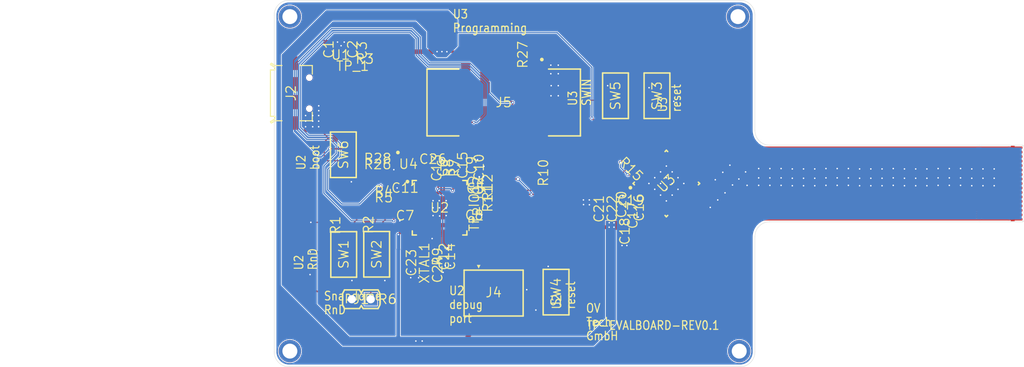
<source format=kicad_pcb>
(kicad_pcb (version 20240108) (generator "pcbnew") (generator_version "8.0")
  (layers (0 "F.Cu" signal "Top Layer") (31 "B.Cu" signal "Bottom Layer") (34 "B.Paste" user "Bottom Paste") (35 "F.Paste" user "Top Paste") (36 "B.SilkS" user "Bottom Overlay") (37 "F.SilkS" user "Top Overlay") (38 "B.Mask" user "Polyimide Bottom") (39 "F.Mask" user "Polyimide Top") (44 "Edge.Cuts" user))
  (net 0 "")
  (net 1 "NetR15_2")
  (net 2 "XOUT")
  (net 3 "XIN")
  (net 4 "VREG_VOUT")
  (net 5 "USB_MCU_D_P")
  (net 6 "USB_MCU_D_N")
  (net 7 "USB_D_P")
  (net 8 "USB_D_N")
  (net 9 "SWDIO")
  (net 10 "SWCLK")
  (net 11 "RUN")
  (net 12 "QSPI_SS")
  (net 13 "QSPI_SD3")
  (net 14 "QSPI_SD2")
  (net 15 "QSPI_SD1")
  (net 16 "QSPI_SD0")
  (net 17 "QSPI_SCLK")
  (net 18 "NetTP_IO2_TP")
  (net 19 "NetTP_IO1_TP")
  (net 20 "NetR25_1")
  (net 21 "NetR23_1")
  (net 22 "NetR22_1")
  (net 23 "NetR21_1")
  (net 24 "NetR20_1")
  (net 25 "NetR19_1")
  (net 26 "NetR18_1")
  (net 27 "NetR17_1")
  (net 28 "NetR16_1")
  (net 29 "NetR14_2")
  (net 30 "NetR13_2")
  (net 31 "NetR5_1")
  (net 32 "NetR4_1")
  (net 33 "NetJ5_3")
  (net 34 "NetC24_1")
  (net 35 "VREG")
  (net 36 "3V3_REG")
  (net 37 "IQS_TX14")
  (net 38 "IQS_TX13")
  (net 39 "IQS_TX12")
  (net 40 "IQS_TX11")
  (net 41 "IQS_TX10")
  (net 42 "IQS_TX9")
  (net 43 "IQS_TX8")
  (net 44 "IQS_TX7")
  (net 45 "IQS_TX6")
  (net 46 "IQS_TX5")
  (net 47 "IQS_TX4")
  (net 48 "IQS_TX3")
  (net 49 "IQS_TX2")
  (net 50 "IQS_TX1")
  (net 51 "IQS_TX0")
  (net 52 "IQS_SW_IN")
  (net 53 "IQS_RX8")
  (net 54 "IQS_RX7")
  (net 55 "IQS_RX6")
  (net 56 "IQS_RX5")
  (net 57 "IQS_RX4")
  (net 58 "IQS_RX3")
  (net 59 "IQS_RX2")
  (net 60 "IQS_RX1")
  (net 61 "IQS_RX0")
  (net 62 "IQS_RDY")
  (net 63 "I2C_SDA")
  (net 64 "I2C_SCL")
  (net 65 "GPIO7_IQS_nRST")
  (net 66 "GPIO6_SNAP_DOME")
  (net 67 "GPIO5_RND")
  (net 68 "GPIO4_RND")
  (net 69 "GND")
  (net 70 "VBUS")
  (net 71 "3V3")
  (net 72 "/USB_BOOT_IN")
  (footprint "QV_Res.PcbLib:RESC1005X04L" (layer "F.Cu") (at 155.01213 107.52129 -45)
    (property "Reference" "R16" (hide yes))
    (property "Value" "" (hide yes))
  )
  (footprint "QV_ElectroMech.PcbLib:SW_TACT_PTS815 SJM 250 SMTR LFS" (layer "F.Cu") (at 149.56109 93.25362 90)
    (property "Reference" "SW3")
    (property "Value" "" (hide yes))
  )
  (footprint "QV_Cap.PcbLib:CAPC1005X06L" (layer "F.Cu") (at 146.05609 107.25363 180)
    (property "Reference" "C19")
    (property "Value" "" (hide yes))
  )
  (footprint "QV_Linear.PcbLib:X2SON-DFN" (layer "F.Cu") (at 107.26109 87.77862 180)
    (property "Reference" "U1")
    (property "Value" "" (hide yes))
  )
  (footprint "QV_MP.PcbLib:MP_2MM" (layer "F.Cu") (at 62.39109 82.65362)
    (property "Reference" "MP4" (hide yes))
    (property "Value" "" (hide yes))
  )
  (footprint "QV_Cap.PcbLib:CAPC1608X10L" (layer "F.Cu") (at 123.56409 102.55402 90)
    (property "Reference" "C15")
    (property "Value" "" (hide yes))
  )
  (footprint "QV_Res.PcbLib:RESC1005X04L" (layer "F.Cu") (at 156.16213 106.37129 -45)
    (property "Reference" "R18" (hide yes))
    (property "Value" "" (hide yes))
  )
  (footprint "QV_Cap.PcbLib:CAPC1005X06L" (layer "F.Cu") (at 121.9111 114.79862 -90)
    (property "Reference" "C14")
    (property "Value" "" (hide yes))
  )
  (footprint "QV_Cap.PcbLib:CAPC2012X14L" (layer "F.Cu") (at 141.81109 108.40362 90)
    (property "Reference" "C21")
    (property "Value" "" (hide yes))
  )
  (footprint "QV_Res.PcbLib:RESC1005X04L" (layer "F.Cu") (at 110.97374 110.52971 -90)
    (property "Reference" "R2")
    (property "Value" "" (hide yes))
  )
  (footprint "QV_Res.PcbLib:RESC1005X04L" (layer "F.Cu") (at 106.56109 110.60362 -90)
    (property "Reference" "R1")
    (property "Value" "" (hide yes))
  )
  (footprint "QV_Res.PcbLib:RESC1005X04L" (layer "F.Cu") (at 134.36108 103.56362 90)
    (property "Reference" "R10")
    (property "Value" "" (hide yes))
  )
  (footprint "QV_Crystal.PcbLib:XTAL_ECX-2236B2_250X200X60" (layer "F.Cu") (at 118.46109 115.65362 -90)
    (property "Reference" "XTAL1")
    (property "Value" "" (hide yes))
  )
  (footprint "QV_Cap.PcbLib:CAPC1005X06L" (layer "F.Cu") (at 125.11609 109.2536)
    (property "Reference" "C8")
    (property "Value" "" (hide yes))
  )
  (footprint "QV_Res.PcbLib:RESC1005X04L" (layer "F.Cu") (at 155.58282 106.94198 -45)
    (property "Reference" "R17" (hide yes))
    (property "Value" "" (hide yes))
  )
  (footprint "QV_Con.PcbLib:USB-TYPE MICRO B_629105136821" (layer "F.Cu") (at 100.61109 92.90362 -90)
    (property "Reference" "J2")
    (property "Value" "" (hide yes))
  )
  (footprint "QV_Cap.PcbLib:CAPC1005X06L" (layer "F.Cu") (at 120.88609 102.90362 90)
    (property "Reference" "C6")
    (property "Value" "" (hide yes))
  )
  (footprint "QV_Cap.PcbLib:CAPC1005X06L" (layer "F.Cu") (at 116.7111 115.60862 -90)
    (property "Reference" "C23")
    (property "Value" "" (hide yes))
  )
  (footprint "QV_Cap.PcbLib:CAPC1005X06L" (layer "F.Cu") (at 144.81107 107.80862 90)
    (property "Reference" "C20")
    (property "Value" "" (hide yes))
  )
  (footprint "QV_Res.PcbLib:RESC1005X04L" (layer "F.Cu") (at 126.92469 105.51862 90)
    (property "Reference" "R12")
    (property "Value" "" (hide yes))
  )
  (footprint "QV_Cap.PcbLib:CAPC1005X06L" (layer "F.Cu") (at 147.1611 108.25862 -90)
    (property "Reference" "C16")
    (property "Value" "" (hide yes))
  )
  (footprint "QV_ElectroMech.PcbLib:SW_TACT_PTS815 SJM 250 SMTR LFS" (layer "F.Cu") (at 107.61109 101.15362 -90)
    (property "Reference" "SW6")
    (property "Value" "" (hide yes))
  )
  (footprint "QV_Con.PcbLib:WIRE-TO-BOARD_RECEPTABLE_FH35C-33S-0.3SHW(50)" (layer "F.Cu") (at 197.14109 105.00362 -90)
    (property "Reference" "J3" (hide yes))
    (property "Value" "" (hide yes))
  )
  (footprint "QV_Con.PcbLib:WIRE-TO-BOARD_WE_61231020621" (layer "F.Cu") (at 129.06109 94.15362 180)
    (property "Reference" "J5")
    (property "Value" "" (hide yes))
  )
  (footprint "QV_Res.PcbLib:RESC1005X04L" (layer "F.Cu") (at 153.98178 101.53292 45)
    (property "Reference" "R23" (hide yes))
    (property "Value" "" (hide yes))
  )
  (footprint "QV_Cap.PcbLib:CAPC2012X14L" (layer "F.Cu") (at 108.86109 87.02862 90)
    (property "Reference" "C2")
    (property "Value" "" (hide yes))
  )
  (footprint "QV_Cap.PcbLib:CAPC1005X06L" (layer "F.Cu") (at 120.08609 102.90362 90)
    (property "Reference" "C13")
    (property "Value" "" (hide yes))
  )
  (footprint "QV_Cap.PcbLib:CAPC1005X06L" (layer "F.Cu") (at 151.81107 95.10862 90)
    (property "Reference" "C25" (hide yes))
    (property "Value" "" (hide yes))
  )
  (footprint "QV_MCU_CPU.PcbLib:QFN40P700X700X90_HS-57L" (layer "F.Cu") (at 120.48609 108.25362)
    (property "Reference" "U2")
    (property "Value" "" (hide yes))
  )
  (footprint "QV_ElectroMech.PcbLib:TP_0.75mm" (layer "F.Cu") (at 125.61109 107.20362 90)
    (property "Reference" "TP_IO2")
    (property "Value" "" (hide yes))
  )
  (footprint "QV_Res.PcbLib:RESC1005X04L" (layer "F.Cu") (at 153.38178 100.93293 45)
    (property "Reference" "R25" (hide yes))
    (property "Value" "" (hide yes))
  )
  (footprint "QV_Cap.PcbLib:CAPC1005X06L" (layer "F.Cu") (at 125.26109 104.85362)
    (property "Reference" "C4")
    (property "Value" "" (hide yes))
  )
  (footprint "QV_Con.PcbLib:Pin Header 2Pol 61300211121" (layer "F.Cu") (at 110.01109 120.50362 180)
    (property "Reference" "J1")
    (property "Value" "" (hide yes))
  )
  (footprint "QV_ElectroMech.PcbLib:SW_TACT_PTS815 SJM 250 SMTR LFS" (layer "F.Cu") (at 112.06764 114.48266 -90)
    (property "Reference" "SW2")
    (property "Value" "" (hide yes))
  )
  (footprint "QV_Res.PcbLib:RESC1005X04L" (layer "F.Cu") (at 143.9694 105.64628)
    (property "Reference" "R14" (hide yes))
    (property "Value" "" (hide yes))
  )
  (footprint "QV_Cap.PcbLib:CAPC1005X06L" (layer "F.Cu") (at 115.86609 109.30363 180)
    (property "Reference" "C7")
    (property "Value" "" (hide yes))
  )
  (footprint "QV_Cap.PcbLib:CAPC1005X06L" (layer "F.Cu") (at 121.1111 114.79862 -90)
    (property "Reference" "C12")
    (property "Value" "" (hide yes))
  )
  (footprint "QV_Memory.PcbLib:QFN50P300X200X60_HS-9L" (layer "F.Cu") (at 116.31109 102.40362)
    (property "Reference" "U4")
    (property "Value" "" (hide yes))
  )
  (footprint "QV_ElectroMech.PcbLib:TP_0.75mm" (layer "F.Cu") (at 125.11109 108.25362 90)
    (property "Reference" "TP_IO1")
    (property "Value" "" (hide yes))
  )
  (footprint "QV_MP.PcbLib:MP_2MM" (layer "F.Cu") (at 61.94109 127.45362)
    (property "Reference" "MP3" (hide yes))
    (property "Value" "" (hide yes))
  )
  (footprint "QV_Res.PcbLib:RESC1005X04L" (layer "F.Cu") (at 120.21109 114.80362 90)
    (property "Reference" "R9")
    (property "Value" "" (hide yes))
  )
  (footprint "QV_MP.PcbLib:MP_2MM" (layer "F.Cu") (at 160.66109 82.65362)
    (property "Reference" "MP1" (hide yes))
    (property "Value" "" (hide yes))
  )
  (footprint "QV_Res.PcbLib:RESC1005X04L" (layer "F.Cu") (at 113.01486 106.88761 180)
    (property "Reference" "R5")
    (property "Value" "" (hide yes))
  )
  (footprint "QV_Res.PcbLib:RESC1005X04L" (layer "F.Cu") (at 155.1904 102.72431 45)
    (property "Reference" "R21" (hide yes))
    (property "Value" "" (hide yes))
  )
  (footprint "QV_ElectroMech.PcbLib:SW_TACT_PTS815 SJM 250 SMTR LFS" (layer "F.Cu") (at 144.01109 93.25362 90)
    (property "Reference" "SW5")
    (property "Value" "" (hide yes))
  )
  (footprint "QV_Cap.PcbLib:CAPC2012X14L" (layer "F.Cu") (at 145.26109 111.40362 -90)
    (property "Reference" "C18")
    (property "Value" "" (hide yes))
  )
  (footprint "QV_Res.PcbLib:RESC1005X04L" (layer "F.Cu") (at 146.0904 103.06963 -45)
    (property "Reference" "R15")
    (property "Value" "" (hide yes))
  )
  (footprint "QV_Res.PcbLib:RESC1005X04L" (layer "F.Cu") (at 155.79039 103.32431 45)
    (property "Reference" "R20" (hide yes))
    (property "Value" "" (hide yes))
  )
  (footprint "QV_Cap.PcbLib:CAPC2012X14L" (layer "F.Cu") (at 105.66109 87.02862 90)
    (property "Reference" "C1")
    (property "Value" "" (hide yes))
  )
  (footprint "QV_Res.PcbLib:RESC1005X04L" (layer "F.Cu") (at 126.91968 107.02587 -90)
    (property "Reference" "R11")
    (property "Value" "" (hide yes))
  )
  (footprint "QV_Res.PcbLib:RESC1005X04L" (layer "F.Cu") (at 154.58178 102.13292 45)
    (property "Reference" "R22" (hide yes))
    (property "Value" "" (hide yes))
  )
  (footprint "QV_Res.PcbLib:RESC1005X04L" (layer "F.Cu") (at 113.02109 106.05362 180)
    (property "Reference" "R4")
    (property "Value" "" (hide yes))
  )
  (footprint "QV_ElectroMech.PcbLib:SW_TACT_PTS815 SJM 250 SMTR LFS" (layer "F.Cu") (at 107.66109 114.50362 -90)
    (property "Reference" "SW1")
    (property "Value" "" (hide yes))
  )
  (footprint "QV_Res.PcbLib:RESC1005X04L" (layer "F.Cu") (at 121.68609 102.90362 -90)
    (property "Reference" "R8")
    (property "Value" "" (hide yes))
  )
  (footprint "QV_Cap.PcbLib:CAPC1005X06L" (layer "F.Cu") (at 119.58279 101.73462)
    (property "Reference" "C26")
    (property "Value" "" (hide yes))
  )
  (footprint "QV_Res.PcbLib:RESC1005X04L" (layer "F.Cu") (at 112.20609 101.64929)
    (property "Reference" "R28")
    (property "Value" "" (hide yes))
  )
  (footprint "QV_Res.PcbLib:RESC1005X04L" (layer "F.Cu") (at 112.20109 102.44929)
    (property "Reference" "R26")
    (property "Value" "" (hide yes))
  )
  (footprint "QV_Cap.PcbLib:CAPC1005X06L" (layer "F.Cu") (at 146.31109 109.25362 -90)
    (property "Reference" "C17")
    (property "Value" "" (hide yes))
  )
  (footprint "QV_Res.PcbLib:RESC1005X04L" (layer "F.Cu") (at 156.39039 103.92431 45)
    (property "Reference" "R19" (hide yes))
    (property "Value" "" (hide yes))
  )
  (footprint "QV_Res.PcbLib:RESC1005X04L" (layer "F.Cu") (at 143.96609 106.45362)
    (property "Reference" "R13" (hide yes))
    (property "Value" "" (hide yes))
  )
  (footprint "QV_Cap.PcbLib:CAPC1005X06L" (layer "F.Cu") (at 110.11107 87.17362 90)
    (property "Reference" "C3")
    (property "Value" "" (hide yes))
  )
  (footprint "QV_Res.PcbLib:RESC1005X04L" (layer "F.Cu") (at 131.61109 87.75362 -90)
    (property "Reference" "R27")
    (property "Value" "" (hide yes))
  )
  (footprint "QV_Cap.PcbLib:CAPC1608X10L" (layer "F.Cu") (at 124.76209 102.55409 90)
    (property "Reference" "C9")
    (property "Value" "" (hide yes))
  )
  (footprint "QV_Cap.PcbLib:CAPC1005X06L" (layer "F.Cu") (at 120.21331 116.49862 -90)
    (property "Reference" "C24")
    (property "Value" "" (hide yes))
  )
  (footprint "QV_Res.PcbLib:RESC1005X04L" (layer "F.Cu") (at 113.50609 120.50362)
    (property "Reference" "R6")
    (property "Value" "" (hide yes))
  )
  (footprint "QV_Cap.PcbLib:CAPC1005X06L" (layer "F.Cu") (at 125.76107 102.84862 90)
    (property "Reference" "C10")
    (property "Value" "" (hide yes))
  )
  (footprint "QV_ElectroMech.PcbLib:SW_TACT_PTS815 SJM 250 SMTR LFS" (layer "F.Cu") (at 136.06109 119.55362 90)
    (property "Reference" "SW4")
    (property "Value" "" (hide yes))
  )
  (footprint "QV_MP.PcbLib:MP_2MM" (layer "F.Cu") (at 160.39109 127.55362)
    (property "Reference" "MP2" (hide yes))
    (property "Value" "" (hide yes))
  )
  (footprint "QV_Res.PcbLib:RESC1005X04L" (layer "F.Cu") (at 122.48609 102.90362 -90)
    (property "Reference" "R7")
    (property "Value" "" (hide yes))
  )
  (footprint "QV_Res.PcbLib:RESC1005X04L" (layer "F.Cu") (at 144.70609 96.90362 180)
    (property "Reference" "R24" (hide yes))
    (property "Value" "" (hide yes))
  )
  (footprint "QV_Cap.PcbLib:CAPC1005X06L" (layer "F.Cu") (at 115.86609 105.60363 180)
    (property "Reference" "C11")
    (property "Value" "" (hide yes))
  )
  (footprint "QV_Active.PcbLib:QFN40P600X600X80_HS-53M" (layer "F.Cu") (at 150.81611 105.00362 45)
    (property "Reference" "U3")
    (property "Value" "" (hide yes))
  )
  (footprint "QV_Res.PcbLib:RESC1005X04L" (layer "F.Cu") (at 110.46609 88.32862)
    (property "Reference" "R3")
    (property "Value" "" (hide yes))
  )
  (footprint "QV_Cap.PcbLib:CAPC1005X06L" (layer "F.Cu") (at 125.26609 105.6536)
    (property "Reference" "C5")
    (property "Value" "" (hide yes))
  )
  (footprint "QV_ElectroMech.PcbLib:TP_0.75mm" (layer "F.Cu") (at 108.86109 89.27862 180)
    (property "Reference" "TP_1")
    (property "Value" "" (hide yes))
  )
  (footprint "QV_Cap.PcbLib:CAPC2012X14L" (layer "F.Cu") (at 143.56109 108.40362 90)
    (property "Reference" "C22")
    (property "Value" "" (hide yes))
  )
  (footprint "QV_Con.PcbLib:Wire-to-Board SM05B-SRSS-TB" (layer "F.Cu") (at 127.71109 119.60362 180)
    (property "Reference" "J4")
    (property "Value" "" (hide yes))
  )
  (gr_poly (pts (xy 196.89109 102.55362) (xy 196.5411 102.55362) (xy 196.39109 102.50362) (xy 196.2912 102.50362) (xy 196.29109 102.70362) (xy 196.39109 102.70362) (xy 196.5411 102.65362) (xy 196.89109 102.65362)) (fill solid) (layer "F.Cu") (net 61))
  (gr_poly (pts (xy 196.89109 109.35362) (xy 196.5411 109.35362) (xy 196.3911 109.40362) (xy 196.3911 109.60362) (xy 196.5411 109.65362) (xy 196.89109 109.65362)) (fill solid) (layer "F.Cu") (net 49))
  (gr_poly (pts (xy 196.89196 108.75362) (xy 196.54196 108.75362) (xy 196.39196 108.80362) (xy 196.39196 109.00362) (xy 196.54196 109.05362) (xy 196.89196 109.05362)) (fill solid) (layer "F.Cu") (net 48))
  (gr_poly (pts (xy 196.89109 102.75362) (xy 196.54109 102.75362) (xy 196.39109 102.80362) (xy 196.39109 103.00362) (xy 196.54109 103.05362) (xy 196.89109 103.05362)) (fill solid) (layer "F.Cu") (net 69))
  (gr_poly (pts (xy 196.89109 106.35362) (xy 196.54109 106.35362) (xy 196.39109 106.40362) (xy 196.39109 106.60362) (xy 196.54109 106.65362) (xy 196.89109 106.65362)) (fill solid) (layer "F.Cu") (net 50))
  (gr_poly (pts (xy 196.90315 103.35362) (xy 196.55316 103.35362) (xy 196.40316 103.40362) (xy 196.40316 103.60362) (xy 196.55316 103.65362) (xy 196.90315 103.65362)) (fill solid) (layer "F.Cu") (net 44))
  (gr_poly (pts (xy 196.89109 107.95362) (xy 196.5411 107.95362) (xy 196.39109 107.90362) (xy 196.2912 107.90362) (xy 196.29109 108.10362) (xy 196.39109 108.10362) (xy 196.5411 108.05362) (xy 196.89109 108.05362)) (fill solid) (layer "F.Cu") (net 40))
  (gr_poly (pts (xy 196.89109 106.15362) (xy 196.54109 106.15362) (xy 196.39109 106.10362) (xy 196.2912 106.10362) (xy 196.29109 106.30362) (xy 196.39109 106.30362) (xy 196.54109 106.25362) (xy 196.89109 106.25362)) (fill solid) (layer "F.Cu") (net 37))
  (gr_poly (pts (xy 196.89109 107.55362) (xy 196.5411 107.55362) (xy 196.39109 107.60362) (xy 196.39109 107.80362) (xy 196.5411 107.85362) (xy 196.89109 107.85362)) (fill solid) (layer "F.Cu") (net 46))
  (gr_poly (pts (xy 196.89109 100.35362) (xy 196.54109 100.35362) (xy 196.39109 100.40362) (xy 196.39109 100.60362) (xy 196.54109 100.65362) (xy 196.89109 100.65362)) (fill solid) (layer "F.Cu") (net 54))
  (gr_poly (pts (xy 196.89109 100.95362) (xy 196.54109 100.95362) (xy 196.39109 101.00362) (xy 196.39109 101.20362) (xy 196.54109 101.25362) (xy 196.89109 101.25362)) (fill solid) (layer "F.Cu") (net 53))
  (gr_poly (pts (xy 196.89109 103.95362) (xy 196.54109 103.95362) (xy 196.39109 104.00362) (xy 196.39109 104.20362) (xy 196.54109 104.25362) (xy 196.89109 104.25362)) (fill solid) (layer "F.Cu") (net 69))
  (gr_poly (pts (xy 196.89109 103.15362) (xy 196.54109 103.15362) (xy 196.39109 103.10362) (xy 196.2912 103.10362) (xy 196.29109 103.30362) (xy 196.39109 103.30362) (xy 196.54109 103.25362) (xy 196.89109 103.25362)) (fill solid) (layer "F.Cu") (net 69))
  (gr_poly (pts (xy 197.14109 106.75362) (xy 196.54109 106.75362) (xy 196.39109 106.70362) (xy 196.2912 106.70362) (xy 196.29109 106.90362) (xy 196.39109 106.90362) (xy 196.54109 106.85362) (xy 197.14109 106.85362)) (fill solid) (layer "F.Cu") (net 38))
  (gr_poly (pts (xy 196.90315 103.75362) (xy 196.55316 103.75362) (xy 196.40316 103.70362) (xy 196.30326 103.70362) (xy 196.30316 103.90362) (xy 196.40316 103.90362) (xy 196.55316 103.85362) (xy 196.90315 103.85362)) (fill solid) (layer "F.Cu") (net 69))
  (gr_poly (pts (xy 196.89109 101.55362) (xy 196.54109 101.55362) (xy 196.39109 101.60362) (xy 196.39109 101.80362) (xy 196.54109 101.85362) (xy 196.89109 101.85362)) (fill solid) (layer "F.Cu") (net 55))
  (gr_poly (pts (xy 195.45382 103.70361) (xy 162.22262 103.70361) (xy 162.22262 105.70362) (xy 195.44042 105.70362)) (fill solid) (layer "F.Cu") (net 69))
  (gr_poly (pts (xy 196.89109 105.15362) (xy 196.54109 105.15362) (xy 196.39109 105.20362) (xy 196.39109 105.40362) (xy 196.54109 105.45362) (xy 196.89109 105.45362)) (fill solid) (layer "F.Cu") (net 69))
  (gr_poly (pts (xy 196.89109 107.35362) (xy 196.5411 107.35362) (xy 196.39109 107.30362) (xy 196.2912 107.30362) (xy 196.29109 107.50362) (xy 196.39109 107.50362) (xy 196.5411 107.45362) (xy 196.89109 107.45362)) (fill solid) (layer "F.Cu") (net 39))
  (gr_poly (pts (xy 196.89109 105.75362) (xy 196.54109 105.75362) (xy 196.39109 105.80362) (xy 196.39109 106.00362) (xy 196.54109 106.05362) (xy 196.89109 106.05362)) (fill solid) (layer "F.Cu") (net 51))
  (gr_poly (pts (xy 196.89109 109.75362) (xy 196.5411 109.75362) (xy 196.5411 109.95358) (xy 196.89109 109.95358)) (fill solid) (layer "F.Cu") (net 43))
  (gr_poly (pts (xy 196.89109 108.55362) (xy 196.5411 108.55362) (xy 196.39109 108.50362) (xy 196.2912 108.50362) (xy 196.29109 108.70362) (xy 196.39109 108.70362) (xy 196.5411 108.65362) (xy 196.89109 108.65362)) (fill solid) (layer "F.Cu") (net 41))
  (gr_poly (pts (xy 145.85109 106.95996) (xy 145.85109 107.49362) (xy 145.16109 107.49362) (xy 145.05109 107.60362) (xy 144.23609 107.60362) (xy 144.23609 108.20362) (xy 139.41108 108.20362) (xy 139.21109 108.00362) (xy 139.21109 107.10362) (xy 139.46109 106.85362) (xy 140.86109 106.85362) (xy 140.96742 106.95996)) (fill solid) (layer "F.Cu") (net 69))
  (gr_poly (pts (xy 147.40109 108.46362) (xy 147.40109 109.83862) (xy 146.07107 109.83862) (xy 146.07107 109.45862) (xy 146.30609 109.45862) (xy 146.92181 108.8429) (xy 146.92181 108.46406)) (fill solid) (layer "F.Cu") (net 69))
  (gr_poly (pts (xy 196.89109 106.95362) (xy 196.5411 106.95362) (xy 196.39109 107.00362) (xy 196.39109 107.20362) (xy 196.5411 107.25362) (xy 196.89109 107.25362)) (fill solid) (layer "F.Cu") (net 45))
  (gr_poly (pts (xy 196.89109 104.55362) (xy 196.5411 104.55362) (xy 196.39109 104.60362) (xy 196.39109 104.80362) (xy 196.5411 104.85362) (xy 196.89109 104.85362)) (fill solid) (layer "F.Cu") (net 69))
  (gr_poly (pts (xy 196.89109 101.35362) (xy 196.54109 101.35362) (xy 196.39109 101.30362) (xy 196.2912 101.30362) (xy 196.29109 101.50362) (xy 196.39109 101.50362) (xy 196.54109 101.45362) (xy 196.89109 101.45362)) (fill solid) (layer "F.Cu") (net 58))
  (gr_poly (pts (xy 196.89109 105.55362) (xy 196.54109 105.55362) (xy 196.39109 105.50362) (xy 196.2912 105.50362) (xy 196.29109 105.70362) (xy 196.39109 105.70362) (xy 196.54109 105.65362) (xy 196.89109 105.65362)) (fill solid) (layer "F.Cu") (net 69))
  (gr_poly (pts (xy 197.14109 101.95362) (xy 196.54109 101.95362) (xy 196.39109 101.90362) (xy 196.2912 101.90362) (xy 196.29109 102.10362) (xy 196.39109 102.10362) (xy 196.54109 102.05362) (xy 197.14109 102.05362)) (fill solid) (layer "F.Cu") (net 57))
  (gr_poly (pts (xy 196.89109 104.95362) (xy 196.5411 104.95362) (xy 196.39109 104.90362) (xy 196.2912 104.90362) (xy 196.29109 105.10362) (xy 196.39109 105.10362) (xy 196.5411 105.05362) (xy 196.89109 105.05362)) (fill solid) (layer "F.Cu") (net 69))
  (gr_poly (pts (xy 196.89109 108.15362) (xy 196.5411 108.15362) (xy 196.39109 108.20362) (xy 196.39109 108.40362) (xy 196.5411 108.45362) (xy 196.89109 108.45362)) (fill solid) (layer "F.Cu") (net 47))
  (gr_poly (pts (xy 196.89109 100.75362) (xy 196.54109 100.75362) (xy 196.39109 100.70362) (xy 196.2912 100.70362) (xy 196.29109 100.90362) (xy 196.39109 100.90362) (xy 196.54109 100.85362) (xy 196.89109 100.85362)) (fill solid) (layer "F.Cu") (net 59))
  (gr_poly (pts (xy 147.40108 107.67362) (xy 147.40108 108.05362) (xy 147.16607 108.05362) (xy 146.55107 108.66862) (xy 146.55107 109.04862) (xy 146.07107 109.04862) (xy 145.93609 109.1836) (xy 145.93609 111.20362) (xy 144.58609 111.20362) (xy 144.58609 110.00862) (xy 146.92108 107.67362)) (fill solid) (layer "F.Cu") (net 71))
  (gr_poly (pts (xy 195.45583 102.80362) (xy 162.21109 102.80362) (xy 162.21109 103.30362) (xy 195.45248 103.30362)) (fill solid) (layer "F.Cu") (net 69))
  (gr_poly (pts (xy 196.89109 102.15362) (xy 196.5411 102.15362) (xy 196.39109 102.20362) (xy 196.39109 102.40362) (xy 196.5411 102.45362) (xy 196.89109 102.45362)) (fill solid) (layer "F.Cu") (net 56))
  (gr_poly (pts (xy 196.89196 109.15362) (xy 196.54196 109.15362) (xy 196.39196 109.10362) (xy 196.29207 109.10362) (xy 196.29196 109.30362) (xy 196.39196 109.30362) (xy 196.54196 109.25362) (xy 196.89196 109.25362)) (fill solid) (layer "F.Cu") (net 42))
  (gr_poly (pts (xy 196.89109 100.05367) (xy 196.54109 100.05367) (xy 196.54109 100.25362) (xy 196.89109 100.25362)) (fill solid) (layer "F.Cu") (net 60))
  (gr_poly (pts (xy 197.14109 104.35362) (xy 196.54109 104.35362) (xy 196.39109 104.30362) (xy 196.2912 104.30362) (xy 196.29109 104.50362) (xy 196.39109 104.50362) (xy 196.54109 104.45362) (xy 197.14109 104.45362)) (fill solid) (layer "F.Cu") (net 69))
  (gr_poly (pts (xy 192.26571 100.1895) (xy 192.26572 100.1895) (xy 192.96729 100.1895) (xy 192.96729 109.73146) (xy 193.05357 109.81774) (xy 192.352 109.81774)) (fill solid) (layer "B.Cu") (net 69))
  (gr_poly (pts (xy 163.0843 99.55422) (xy 162.3337 98.80362) (xy 162.31109 98.80362) (xy 162.31109 111.22625) (xy 162.59487 110.61541) (xy 163.0843 110.45303)) (fill solid) (layer "B.Cu") (net 69))
  (gr_poly (pts (xy 196.49901 100.1895) (xy 197.20059 100.1895) (xy 197.19714 100.19294) (xy 197.19714 109.72796) (xy 197.28693 109.81775) (xy 197.28691 109.81777) (xy 196.58536 109.81777)) (fill solid) (layer "B.Cu") (net 69))
  (gr_line (start 160.6611 80.45357) (end 100.36109 80.45357) (stroke (width 0.05)) (layer "Edge.Cuts"))
  (gr_line (start 198.44113 99.8836) (end 192.66155 99.8836) (stroke (width 0.05)) (layer "Edge.Cuts"))
  (gr_line (start 192.66155 99.8836) (end 164.661089 99.88359) (stroke (width 0.05)) (layer "Edge.Cuts"))
  (gr_line (start 192.65776 110.12365) (end 196.89113 110.12367) (stroke (width 0.05)) (layer "Edge.Cuts"))
  (gr_line (start 198.518049 110.108261) (end 198.51805 110.10826) (stroke (width 0.05)) (layer "Edge.Cuts"))
  (gr_line (start 196.89113 110.12367) (end 198.441102 110.12365) (stroke (width 0.05)) (layer "Edge.Cuts"))
  (gr_arc (start 162.66113 127.5536) (mid 162.075342 128.967851) (end 160.6611 129.55363) (stroke (width 0.05)) (layer "Edge.Cuts"))
  (gr_line (start 198.441128 99.8836) (end 198.44113 99.8836) (stroke (width 0.05)) (layer "Edge.Cuts"))
  (gr_arc (start 160.6611 80.45357) (mid 162.075335 81.039368) (end 162.66113 82.4536) (stroke (width 0.05)) (layer "Edge.Cuts"))
  (gr_arc (start 163.061115 110.923637) (mid 163.766676 110.334793) (end 164.661088 110.12365) (stroke (width 0.05)) (layer "Edge.Cuts"))
  (gr_line (start 198.51805 110.10826) (end 198.518048 110.108265) (stroke (width 0.05)) (layer "Edge.Cuts"))
  (gr_arc (start 98.36106 82.4536) (mid 98.946862 81.039378) (end 100.36109 80.45357) (stroke (width 0.05)) (layer "Edge.Cuts"))
  (gr_line (start 162.66112 97.88362) (end 162.66113 82.4536) (stroke (width 0.05)) (layer "Edge.Cuts"))
  (gr_line (start 162.66113 127.5536) (end 162.66113 112.123603) (stroke (width 0.05)) (layer "Edge.Cuts"))
  (gr_line (start 98.36106 82.4536) (end 98.36106 127.5536) (stroke (width 0.05)) (layer "Edge.Cuts"))
  (gr_arc (start 198.441128 99.8836) (mid 198.582539 99.942198) (end 198.64114 100.083621) (stroke (width 0.05)) (layer "Edge.Cuts"))
  (gr_arc (start 164.661089 99.88359) (mid 163.246897 99.297812) (end 162.66112 97.883619) (stroke (width 0.05)) (layer "Edge.Cuts"))
  (gr_arc (start 198.64114 109.92363) (mid 198.607545 110.034583) (end 198.518048 110.108265) (stroke (width 0.05)) (layer "Edge.Cuts"))
  (gr_line (start 100.36109 129.55363) (end 100.36109 129.55362) (stroke (width 0.05)) (layer "Edge.Cuts"))
  (gr_line (start 100.36109 129.55362) (end 160.6611 129.55363) (stroke (width 0.05)) (layer "Edge.Cuts"))
  (gr_line (start 164.66109 110.12365) (end 192.65776 110.12365) (stroke (width 0.05)) (layer "Edge.Cuts"))
  (gr_line (start 162.66112 97.883619) (end 162.66112 97.88362) (stroke (width 0.05)) (layer "Edge.Cuts"))
  (gr_arc (start 100.36109 129.55363) (mid 98.946862 128.967834) (end 98.36106 127.5536) (stroke (width 0.05)) (layer "Edge.Cuts"))
  (gr_arc (start 198.518049 110.108261) (mid 198.480338 110.119769) (end 198.441102 110.12365) (stroke (width 0.05)) (layer "Edge.Cuts"))
  (gr_line (start 198.64114 109.92363) (end 198.64114 100.083621) (stroke (width 0.05)) (layer "Edge.Cuts"))
  (gr_line (start 164.661088 110.12365) (end 164.66109 110.12365) (stroke (width 0.05)) (layer "Edge.Cuts"))
  (gr_arc (start 162.66113 112.123603) (mid 162.763765 111.491168) (end 163.061119 110.923638) (stroke (width 0.05)) (layer "Edge.Cuts"))
  (gr_line (start 163.061119 110.923638) (end 163.061115 110.923637) (stroke (width 0.05)) (layer "Edge.Cuts"))
  (gr_text_box "U3 Programming" (start 121.31409 85.7174) (end 121.31409 85.7174) (layer "F.SilkS") (effects (font (size 1.153 1) (thickness 0.153)) (justify left bottom)) (border no) (stroke (width 0.1)))
  (gr_text_box "U2 reset" (start 139.55809 122.80062) (end 139.55809 122.80062) (angle 90) (layer "F.SilkS") (effects (font (size 1.153 1) (thickness 0.153)) (justify left bottom)) (border no) (stroke (width 0.1)))
  (gr_text_box "Snapdome RnD" (start 104.06409 123.4674) (end 104.06409 123.4674) (layer "F.SilkS") (effects (font (size 1.153 1) (thickness 0.153)) (justify left bottom)) (border no) (stroke (width 0.1)))
  (gr_text_box "U3 reset" (start 153.70809 96.40062) (end 153.70809 96.40062) (angle 90) (layer "F.SilkS") (effects (font (size 1.153 1) (thickness 0.153)) (justify left bottom)) (border no) (stroke (width 0.1)))
  (gr_text_box "U2 RnD" (start 105.05808 117.55062) (end 105.05808 117.55062) (angle 90) (layer "F.SilkS") (effects (font (size 1.153 1) (thickness 0.153)) (justify left bottom)) (border no) (stroke (width 0.1)))
  (gr_text_box "OV Tech GmbH" (start 139.12268 126.95553) (end 139.12268 126.95553) (layer "F.SilkS") (effects (font (size 1.153 1) (thickness 0.153)) (justify left bottom)) (border no) (stroke (width 0.1)))
  (gr_text_box "U2 debug port" (start 120.81409 124.61739) (end 120.81409 124.61739) (layer "F.SilkS") (effects (font (size 1.153 1) (thickness 0.153)) (justify left bottom)) (border no) (stroke (width 0.1)))
  (gr_text_box "U3 SWIN" (start 141.68373 95.55505) (end 141.68373 95.55505) (angle 90) (layer "F.SilkS") (effects (font (size 1.153 1) (thickness 0.153)) (justify left bottom)) (border no) (stroke (width 0.1)))
  (gr_text_box "U2 boot" (start 105.35809 104.15062) (end 105.35809 104.15062) (angle 90) (layer "F.SilkS") (effects (font (size 1.153 1) (thickness 0.153)) (justify left bottom)) (border no) (stroke (width 0.1)))
  (gr_text_box "TP-EVALBOARD-REV0.1" (start 139.21409 125.55062) (end 139.21409 125.55062) (layer "F.SilkS") (effects (font (size 1.153 1) (thickness 0.153)) (justify left bottom)) (border no) (stroke (width 0.1)))
  (segment (start 146.3697 103.38564) (end 146.3697 103.31223) (width 0.15) (layer "F.Cu") (net 1))
  (segment (start 146.3697 103.38564) (end 147.20987 104.2258) (width 0.15) (layer "F.Cu") (net 1))
  (segment (start 120.28609 114.38362) (end 120.28609 111.57862) (width 0.15) (layer "F.Cu") (net 2))
  (segment (start 119.88609 112.65184) (end 119.88609 111.57862) (width 0.15) (layer "F.Cu") (net 3))
  (segment (start 116.71109 115.21362) (end 117.40109 115.21362) (width 0.15) (layer "F.Cu") (net 3))
  (segment (start 117.81109 114.80362) (end 117.81109 114.26575) (width 0.15) (layer "F.Cu") (net 3))
  (segment (start 117.40109 115.21362) (end 117.81109 114.80362) (width 0.15) (layer "F.Cu") (net 3))
  (segment (start 118.44394 113.70362) (end 118.75753 113.70362) (width 0.15) (layer "F.Cu") (net 3))
  (arc (start 117.81109 114.26575) (mid 117.850074 114.069766) (end 117.961089 113.903619) (width 0.15) (layer "F.Cu") (net 3))
  (arc (start 119.59393 113.357173) (mid 119.210189 113.613581) (end 118.757535 113.70362) (width 0.15) (layer "F.Cu") (net 3))
  (arc (start 117.961092 113.903622) (mid 118.182625 113.755599) (end 118.44394 113.70362) (width 0.15) (layer "F.Cu") (net 3))
  (arc (start 119.88609 112.65184) (mid 119.810161 113.033565) (end 119.593932 113.357176) (width 0.15) (layer "F.Cu") (net 3))
  (segment (start 120.28609 105.56673) (end 120.28609 104.40107) (width 0.2) (layer "F.Cu") (net 4))
  (segment (start 122.28609 104.92862) (end 122.28609 104.40107) (width 0.2) (layer "F.Cu") (net 4))
  (segment (start 122.21109 105.95362) (end 122.21109 105.8995) (width 0.2) (layer "F.Cu") (net 4))
  (segment (start 122.21109 105.8995) (end 122.28609 105.8245) (width 0.2) (layer "F.Cu") (net 4))
  (segment (start 120.1994 105.70753) (end 120.1994 105.65341) (width 0.2) (layer "F.Cu") (net 4))
  (segment (start 121.08609 112.10617) (end 121.08609 111.57862) (width 0.2) (layer "F.Cu") (net 4))
  (segment (start 122.28609 105.8245) (end 122.28609 104.92862) (width 0.2) (layer "F.Cu") (net 4))
  (segment (start 120.1994 105.65341) (end 120.28609 105.56673) (width 0.2) (layer "F.Cu") (net 4))
  (via (at 122.21109 105.95362) (size 0.4) (drill 0.2) (layers "F.Cu" "B.Cu") (net 4))
  (via (at 121.54384 113.62647) (size 0.4) (drill 0.2) (layers "F.Cu" "B.Cu") (net 4))
  (via (at 120.1994 105.70753) (size 0.4) (drill 0.2) (layers "F.Cu" "B.Cu") (net 4))
  (segment (start 120.91109 112.99372) (end 120.91109 106.75362) (width 0.2) (layer "B.Cu") (net 4))
  (segment (start 120.91109 112.99372) (end 121.54384 113.62647) (width 0.2) (layer "B.Cu") (net 4))
  (segment (start 121.965 105.70753) (end 122.21109 105.95362) (width 0.2) (layer "B.Cu") (net 4))
  (segment (start 120.1994 106.04193) (end 120.91109 106.75362) (width 0.2) (layer "B.Cu") (net 4))
  (segment (start 120.1994 105.70753) (end 121.965 105.70753) (width 0.2) (layer "B.Cu") (net 4))
  (segment (start 120.1994 106.04193) (end 120.1994 105.70753) (width 0.2) (layer "B.Cu") (net 4))
  (segment (start 121.62332 104.07639) (end 121.7881 103.91161) (width 0.1) (layer "F.Cu") (net 5))
  (segment (start 121.80791 103.42044) (end 121.80803 103.42056) (width 0.1) (layer "F.Cu") (net 5))
  (segment (start 121.7881 103.91161) (end 121.78823 103.91148) (width 0.1) (layer "F.Cu") (net 5))
  (segment (start 121.48609 104.92862) (end 121.48609 104.63691) (width 0.1) (layer "F.Cu") (net 5))
  (segment (start 121.53609 104.5162) (end 121.53609 104.28698) (width 0.1) (layer "F.Cu") (net 5))
  (segment (start 121.68609 103.29862) (end 121.80791 103.42044) (width 0.1) (layer "F.Cu") (net 5))
  (arc (start 121.53609 104.5162) (mid 121.529593 104.548862) (end 121.511092 104.576552) (width 0.1) (layer "F.Cu") (net 5))
  (arc (start 121.48609 104.63691) (mid 121.492588 104.604244) (end 121.511091 104.576551) (width 0.1) (layer "F.Cu") (net 5))
  (arc (start 121.808034 103.420563) (mid 121.807972 103.420501) (end 121.80791 103.42044) (width 0.1) (layer "F.Cu") (net 5))
  (arc (start 121.78823 103.91148) (mid 121.788165 103.911545) (end 121.7881 103.91161) (width 0.1) (layer "F.Cu") (net 5))
  (arc (start 121.8518 103.43862) (mid 121.875553 103.443345) (end 121.89569 103.4568) (width 0.1) (layer "F.Cu") (net 5))
  (arc (start 121.53608 104.28698) (mid 121.55875 104.173009) (end 121.623309 104.076389) (width 0.1) (layer "F.Cu") (net 5))
  (arc (start 121.93609 103.55433) (mid 121.897664 103.747604) (end 121.78823 103.91148) (width 0.1) (layer "F.Cu") (net 5))
  (arc (start 121.8518 103.43862) (mid 121.828128 103.433929) (end 121.808034 103.420563) (width 0.1) (layer "F.Cu") (net 5))
  (arc (start 121.895688 103.456792) (mid 121.92559 103.501543) (end 121.93609 103.55433) (width 0.1) (layer "F.Cu") (net 5))
  (segment (start 121.92907 104.19489) (end 121.92931 104.19466) (width 0.1) (layer "F.Cu") (net 6))
  (segment (start 121.83609 104.5162) (end 121.83609 104.41972) (width 0.1) (layer "F.Cu") (net 6))
  (segment (start 121.92931 104.19466) (end 122.03609 104.08788) (width 0.1) (layer "F.Cu") (net 6))
  (segment (start 122.36426 103.42044) (end 122.48608 103.29862) (width 0.1) (layer "F.Cu") (net 6))
  (segment (start 122.36414 103.42056) (end 122.36426 103.42044) (width 0.1) (layer "F.Cu") (net 6))
  (segment (start 121.88609 104.92862) (end 121.88609 104.63691) (width 0.1) (layer "F.Cu") (net 6))
  (segment (start 122.23608 103.60504) (end 122.23608 103.55433) (width 0.1) (layer "F.Cu") (net 6))
  (arc (start 122.23608 103.60504) (mid 122.184103 103.866348) (end 122.036084 104.087874) (width 0.1) (layer "F.Cu") (net 6))
  (arc (start 122.36426 103.42044) (mid 122.364198 103.420502) (end 122.364136 103.420563) (width 0.1) (layer "F.Cu") (net 6))
  (arc (start 122.23608 103.55433) (mid 122.24658 103.501543) (end 122.276482 103.456792) (width 0.1) (layer "F.Cu") (net 6))
  (arc (start 121.861089 104.576551) (mid 121.879593 104.604244) (end 121.886091 104.63691) (width 0.1) (layer "F.Cu") (net 6))
  (arc (start 122.27648 103.4568) (mid 122.296617 103.443345) (end 122.32037 103.43862) (width 0.1) (layer "F.Cu") (net 6))
  (arc (start 121.83609 104.41972) (mid 121.860253 104.298073) (end 121.929074 104.194896) (width 0.1) (layer "F.Cu") (net 6))
  (arc (start 122.364136 103.420563) (mid 122.344042 103.433928) (end 122.32037 103.438619) (width 0.1) (layer "F.Cu") (net 6))
  (arc (start 121.929074 104.194896) (mid 121.929194 104.194775) (end 121.929315 104.194655) (width 0.1) (layer "F.Cu") (net 6))
  (arc (start 121.861088 104.576552) (mid 121.842586 104.548862) (end 121.836089 104.5162) (width 0.1) (layer "F.Cu") (net 6))
  (segment (start 121.89568 102.35044) (end 121.9068 102.33933) (width 0.1) (layer "F.Cu") (net 7))
  (segment (start 121.93609 102.26862) (end 121.93609 101.90646) (width 0.1) (layer "F.Cu") (net 7))
  (segment (start 103.28609 92.90362) (end 103.63734 92.90362) (width 0.1) (layer "F.Cu") (net 7))
  (segment (start 121.68609 102.50862) (end 121.80791 102.3868) (width 0.1) (layer "F.Cu") (net 7))
  (segment (start 121.89556 102.35056) (end 121.89568 102.35044) (width 0.1) (layer "F.Cu") (net 7))
  (segment (start 121.5422 101.109) (end 121.65071 101.2175) (width 0.1) (layer "F.Cu") (net 7))
  (segment (start 118.78004 93.47257) (end 120.21714 94.90967) (width 0.1) (layer "F.Cu") (net 7))
  (segment (start 120.96109 99.70607) (end 120.96109 96.70573) (width 0.1) (layer "F.Cu") (net 7))
  (segment (start 121.80791 102.3868) (end 121.80803 102.38668) (width 0.1) (layer "F.Cu") (net 7))
  (segment (start 121.9068 102.33933) (end 121.90697 102.33915) (width 0.1) (layer "F.Cu") (net 7))
  (segment (start 104.05983 92.72862) (end 116.98398 92.72862) (width 0.1) (layer "F.Cu") (net 7))
  (arc (start 116.98398 92.72862) (mid 117.955996 92.921966) (end 118.780031 93.472569) (width 0.1) (layer "F.Cu") (net 7))
  (arc (start 120.217141 94.909679) (mid 120.767744 95.733714) (end 120.96109 96.70573) (width 0.1) (layer "F.Cu") (net 7))
  (arc (start 121.650715 101.217505) (mid 121.861923 101.5336) (end 121.93609 101.90646) (width 0.1) (layer "F.Cu") (net 7))
  (arc (start 103.848588 92.816118) (mid 103.751667 92.880879) (end 103.63734 92.90362) (width 0.1) (layer "F.Cu") (net 7))
  (arc (start 121.906977 102.339154) (mid 121.906889 102.339242) (end 121.906801 102.339331) (width 0.1) (layer "F.Cu") (net 7))
  (arc (start 121.93609 102.26862) (mid 121.928526 102.306772) (end 121.906978 102.339153) (width 0.1) (layer "F.Cu") (net 7))
  (arc (start 121.542199 101.108991) (mid 121.112115 100.465325) (end 120.96109 99.70607) (width 0.1) (layer "F.Cu") (net 7))
  (arc (start 121.808034 102.386677) (mid 121.828128 102.373312) (end 121.8518 102.368621) (width 0.1) (layer "F.Cu") (net 7))
  (arc (start 121.895689 102.350441) (mid 121.895628 102.350502) (end 121.895567 102.350563) (width 0.1) (layer "F.Cu") (net 7))
  (arc (start 121.895566 102.350563) (mid 121.875472 102.363928) (end 121.8518 102.368619) (width 0.1) (layer "F.Cu") (net 7))
  (arc (start 121.807911 102.386799) (mid 121.807972 102.386738) (end 121.808033 102.386677) (width 0.1) (layer "F.Cu") (net 7))
  (arc (start 103.848582 92.816112) (mid 103.945503 92.751351) (end 104.05983 92.72861) (width 0.1) (layer "F.Cu") (net 7))
  (segment (start 103.76161 92.25414) (end 103.84885 92.34138) (width 0.1) (layer "F.Cu") (net 8))
  (segment (start 103.76161 92.25414) (end 103.76161 92.25362) (width 0.1) (layer "F.Cu") (net 8))
  (segment (start 122.2652 102.33915) (end 122.26537 102.33933) (width 0.1) (layer "F.Cu") (net 8))
  (segment (start 122.26537 102.33933) (end 122.27649 102.35044) (width 0.1) (layer "F.Cu") (net 8))
  (segment (start 104.05946 92.42862) (end 116.98581 92.42862) (width 0.1) (layer "F.Cu") (net 8))
  (segment (start 122.36426 102.3868) (end 122.48608 102.50862) (width 0.1) (layer "F.Cu") (net 8))
  (segment (start 121.75607 100.8986) (end 121.90678 101.04931) (width 0.1) (layer "F.Cu") (net 8))
  (segment (start 122.27649 102.35044) (end 122.27661 102.35056) (width 0.1) (layer "F.Cu") (net 8))
  (segment (start 103.84885 92.34138) (end 103.84886 92.3414) (width 0.1) (layer "F.Cu") (net 8))
  (segment (start 122.36414 102.38668) (end 122.36426 102.3868) (width 0.1) (layer "F.Cu") (net 8))
  (segment (start 121.26109 99.70362) (end 121.26109 96.7039) (width 0.1) (layer "F.Cu") (net 8))
  (segment (start 118.99088 93.25915) (end 120.43056 94.69883) (width 0.1) (layer "F.Cu") (net 8))
  (segment (start 122.23608 102.26862) (end 122.23608 101.84433) (width 0.1) (layer "F.Cu") (net 8))
  (arc (start 122.32037 102.36862) (mid 122.344042 102.373311) (end 122.364136 102.386677) (width 0.1) (layer "F.Cu") (net 8))
  (arc (start 104.05946 92.42862) (mid 103.946336 92.406302) (end 103.850166 92.342691) (width 0.1) (layer "F.Cu") (net 8))
  (arc (start 122.265192 102.339153) (mid 122.243644 102.306772) (end 122.23608 102.26862) (width 0.1) (layer "F.Cu") (net 8))
  (arc (start 122.276603 102.350563) (mid 122.276542 102.350502) (end 122.276481 102.350441) (width 0.1) (layer "F.Cu") (net 8))
  (arc (start 121.756068 100.898602) (mid 121.389731 100.35034) (end 121.26109 99.70362) (width 0.1) (layer "F.Cu") (net 8))
  (arc (start 122.364137 102.386677) (mid 122.364198 102.386738) (end 122.364259 102.386799) (width 0.1) (layer "F.Cu") (net 8))
  (arc (start 122.32037 102.36862) (mid 122.296698 102.363929) (end 122.276604 102.350563) (width 0.1) (layer "F.Cu") (net 8))
  (arc (start 103.850166 92.342691) (mid 103.849506 92.342037) (end 103.848848 92.341381) (width 0.1) (layer "F.Cu") (net 8))
  (arc (start 120.430562 94.698828) (mid 121.045243 95.618763) (end 121.26109 96.7039) (width 0.1) (layer "F.Cu") (net 8))
  (arc (start 122.265369 102.339331) (mid 122.265281 102.339243) (end 122.265193 102.339154) (width 0.1) (layer "F.Cu") (net 8))
  (arc (start 116.98581 92.42862) (mid 118.070947 92.644467) (end 118.990882 93.259148) (width 0.1) (layer "F.Cu") (net 8))
  (arc (start 121.906781 101.049309) (mid 122.150505 101.414068) (end 122.236089 101.84433) (width 0.1) (layer "F.Cu") (net 8))
  (segment (start 123.61109 114.35362) (end 126.46109 114.35362) (width 0.15) (layer "F.Cu") (net 9))
  (segment (start 121.88609 112.62862) (end 123.61109 114.35362) (width 0.15) (layer "F.Cu") (net 9))
  (segment (start 121.88609 112.62862) (end 121.88609 111.57862) (width 0.15) (layer "F.Cu") (net 9))
  (segment (start 127.71109 116.85362) (end 127.71109 115.60362) (width 0.15) (layer "F.Cu") (net 9))
  (segment (start 126.46109 114.35362) (end 127.71109 115.60362) (width 0.15) (layer "F.Cu") (net 9))
  (segment (start 126.16109 115.05362) (end 126.71109 115.60362) (width 0.15) (layer "F.Cu") (net 10))
  (segment (start 126.91862 117.45859) (end 126.91862 117.01115) (width 0.15) (layer "F.Cu") (net 10))
  (segment (start 123.71109 115.05362) (end 126.16109 115.05362) (width 0.15) (layer "F.Cu") (net 10))
  (segment (start 126.71109 117.66612) (end 126.91862 117.45859) (width 0.15) (layer "F.Cu") (net 10))
  (segment (start 121.48609 112.82862) (end 123.71109 115.05362) (width 0.15) (layer "F.Cu") (net 10))
  (segment (start 126.71109 117.66612) (end 126.71109 115.60362) (width 0.15) (layer "F.Cu") (net 10))
  (segment (start 121.48609 112.82862) (end 121.48609 111.57862) (width 0.15) (layer "F.Cu") (net 10))
  (segment (start 128.71109 117.66612) (end 128.71109 115.30362) (width 0.15) (layer "F.Cu") (net 11))
  (segment (start 122.28609 112.37862) (end 122.28609 111.57862) (width 0.15) (layer "F.Cu") (net 11))
  (segment (start 136.51109 119.85362) (end 137.13609 120.47862) (width 0.15) (layer "F.Cu") (net 11))
  (segment (start 128.71109 118.90362) (end 128.71109 117.66612) (width 0.15) (layer "F.Cu") (net 11))
  (segment (start 126.96109 113.55362) (end 128.71109 115.30362) (width 0.15) (layer "F.Cu") (net 11))
  (segment (start 123.46109 113.55362) (end 126.96109 113.55362) (width 0.15) (layer "F.Cu") (net 11))
  (segment (start 129.66109 119.85362) (end 136.51109 119.85362) (width 0.15) (layer "F.Cu") (net 11))
  (segment (start 137.13609 121.80362) (end 137.13609 120.47862) (width 0.15) (layer "F.Cu") (net 11))
  (segment (start 128.71109 118.90362) (end 129.66109 119.85362) (width 0.15) (layer "F.Cu") (net 11))
  (segment (start 122.28609 112.37862) (end 123.46109 113.55362) (width 0.15) (layer "F.Cu") (net 11))
  (segment (start 112.59609 102.44929) (end 112.59609 101.66296) (width 0.15) (layer "F.Cu") (net 12))
  (segment (start 117.87652 104.91905) (end 117.87652 104.51905) (width 0.15) (layer "F.Cu") (net 12))
  (segment (start 113.7133 104.35583) (end 117.7133 104.35583) (width 0.15) (layer "F.Cu") (net 12))
  (segment (start 117.7133 104.35583) (end 117.87652 104.51905) (width 0.15) (layer "F.Cu") (net 12))
  (segment (start 112.59609 103.23862) (end 112.59609 102.44929) (width 0.15) (layer "F.Cu") (net 12))
  (segment (start 117.87652 104.91905) (end 117.88609 104.92862) (width 0.15) (layer "F.Cu") (net 12))
  (segment (start 112.59609 101.66296) (end 112.60542 101.65362) (width 0.15) (layer "F.Cu") (net 12))
  (segment (start 112.59609 103.23862) (end 113.7133 104.35583) (width 0.15) (layer "F.Cu") (net 12))
  (segment (start 112.60542 101.65362) (end 114.98609 101.65362) (width 0.15) (layer "F.Cu") (net 12))
  (segment (start 118.78101 102.23741) (end 119.4508 102.9072) (width 0.15) (layer "F.Cu") (net 13))
  (segment (start 117.91315 102.15362) (end 117.99693 102.23741) (width 0.15) (layer "F.Cu") (net 13))
  (segment (start 119.4508 103.48374) (end 119.88609 103.91902) (width 0.15) (layer "F.Cu") (net 13))
  (segment (start 117.99693 102.23741) (end 118.78101 102.23741) (width 0.15) (layer "F.Cu") (net 13))
  (segment (start 119.88609 104.92862) (end 119.88609 103.91902) (width 0.15) (layer "F.Cu") (net 13))
  (segment (start 117.63609 102.15362) (end 117.91315 102.15362) (width 0.15) (layer "F.Cu") (net 13))
  (segment (start 119.4508 103.48374) (end 119.4508 102.9072) (width 0.15) (layer "F.Cu") (net 13))
  (segment (start 114.0764 103.57708) (end 118.03455 103.57708) (width 0.15) (layer "F.Cu") (net 14))
  (segment (start 114.04518 102.65362) (end 114.98609 102.65362) (width 0.15) (layer "F.Cu") (net 14))
  (segment (start 113.91109 103.41176) (end 113.91109 102.78771) (width 0.15) (layer "F.Cu") (net 14))
  (segment (start 113.91109 102.78771) (end 114.04518 102.65362) (width 0.15) (layer "F.Cu") (net 14))
  (segment (start 118.68609 104.92862) (end 118.68609 104.22862) (width 0.15) (layer "F.Cu") (net 14))
  (segment (start 118.03455 103.57708) (end 118.68609 104.22862) (width 0.15) (layer "F.Cu") (net 14))
  (segment (start 113.91109 103.41176) (end 114.0764 103.57708) (width 0.15) (layer "F.Cu") (net 14))
  (segment (start 113.43797 102.57674) (end 113.86109 102.15362) (width 0.15) (layer "F.Cu") (net 15))
  (segment (start 118.28609 104.92862) (end 118.28609 104.32862) (width 0.15) (layer "F.Cu") (net 15))
  (segment (start 113.86109 102.15362) (end 114.98609 102.15362) (width 0.15) (layer "F.Cu") (net 15))
  (segment (start 114.01357 104.0061) (end 117.96357 104.0061) (width 0.15) (layer "F.Cu") (net 15))
  (segment (start 113.43797 103.4305) (end 114.01357 104.0061) (width 0.15) (layer "F.Cu") (net 15))
  (segment (start 113.43797 103.4305) (end 113.43797 102.57674) (width 0.15) (layer "F.Cu") (net 15))
  (segment (start 117.96357 104.0061) (end 118.28609 104.32862) (width 0.15) (layer "F.Cu") (net 15))
  (segment (start 118.11292 103.15362) (end 119.08609 104.12679) (width 0.15) (layer "F.Cu") (net 16))
  (segment (start 119.08609 104.92862) (end 119.08609 104.12679) (width 0.15) (layer "F.Cu") (net 16))
  (segment (start 117.63609 103.15362) (end 118.11292 103.15362) (width 0.15) (layer "F.Cu") (net 16))
  (segment (start 118.96109 103.48899) (end 119.48609 104.01399) (width 0.15) (layer "F.Cu") (net 17))
  (segment (start 118.46109 102.65362) (end 118.96109 103.15362) (width 0.15) (layer "F.Cu") (net 17))
  (segment (start 118.96109 103.48899) (end 118.96109 103.15362) (width 0.15) (layer "F.Cu") (net 17))
  (segment (start 119.48609 104.92862) (end 119.48609 104.01399) (width 0.15) (layer "F.Cu") (net 17))
  (segment (start 117.63609 102.65362) (end 118.46109 102.65362) (width 0.15) (layer "F.Cu") (net 17))
  (segment (start 125.23683 106.85362) (end 125.58683 107.20362) (width 0.15) (layer "F.Cu") (net 18))
  (segment (start 123.81109 106.85362) (end 125.23683 106.85362) (width 0.15) (layer "F.Cu") (net 18))
  (segment (start 125.03683 108.17936) (end 125.03683 107.77936) (width 0.15) (layer "F.Cu") (net 19))
  (segment (start 124.51109 107.25362) (end 125.03683 107.77936) (width 0.15) (layer "F.Cu") (net 19))
  (segment (start 123.81109 107.25362) (end 124.51109 107.25362) (width 0.15) (layer "F.Cu") (net 19))
  (segment (start 153.1077 102.14635) (end 153.1077 101.405) (width 0.2) (layer "F.Cu") (net 20))
  (segment (start 152.7253 102.52875) (end 153.1077 102.14635) (width 0.2) (layer "F.Cu") (net 20))
  (segment (start 153.13783 101.37487) (end 153.13783 101.24759) (width 0.2) (layer "F.Cu") (net 20))
  (segment (start 153.1077 101.405) (end 153.13783 101.37487) (width 0.2) (layer "F.Cu") (net 20))
  (segment (start 153.10247 101.21223) (end 153.13783 101.24759) (width 0.2) (layer "F.Cu") (net 20))
  (segment (start 153.70247 102.68295) (end 153.70247 102.01022) (width 0.2) (layer "F.Cu") (net 21))
  (segment (start 153.70247 101.81223) (end 153.73783 101.84759) (width 0.2) (layer "F.Cu") (net 21))
  (segment (start 153.70247 102.01022) (end 153.73783 101.97487) (width 0.2) (layer "F.Cu") (net 21))
  (segment (start 153.29099 103.09443) (end 153.70247 102.68295) (width 0.2) (layer "F.Cu") (net 21))
  (segment (start 153.73783 101.97487) (end 153.73783 101.84759) (width 0.2) (layer "F.Cu") (net 21))
  (segment (start 154.30248 102.64863) (end 154.30248 102.61022) (width 0.2) (layer "F.Cu") (net 22))
  (segment (start 154.30248 102.61022) (end 154.33783 102.57487) (width 0.2) (layer "F.Cu") (net 22))
  (segment (start 154.33783 102.57487) (end 154.33783 102.44759) (width 0.2) (layer "F.Cu") (net 22))
  (segment (start 154.30248 102.41223) (end 154.33783 102.44759) (width 0.2) (layer "F.Cu") (net 22))
  (segment (start 153.57383 103.37727) (end 154.30248 102.64863) (width 0.2) (layer "F.Cu") (net 22))
  (segment (start 153.85667 103.66012) (end 154.51317 103.00362) (width 0.2) (layer "F.Cu") (net 23))
  (segment (start 154.74845 102.96827) (end 154.87574 102.96827) (width 0.2) (layer "F.Cu") (net 23))
  (segment (start 154.7131 103.00362) (end 154.74845 102.96827) (width 0.2) (layer "F.Cu") (net 23))
  (segment (start 154.51317 103.00362) (end 154.7131 103.00362) (width 0.2) (layer "F.Cu") (net 23))
  (segment (start 154.87574 102.96827) (end 154.91109 103.00362) (width 0.2) (layer "F.Cu") (net 23))
  (segment (start 154.78804 103.60154) (end 154.79013 103.60362) (width 0.2) (layer "F.Cu") (net 24))
  (segment (start 155.47573 103.56827) (end 155.51109 103.60362) (width 0.2) (layer "F.Cu") (net 24))
  (segment (start 155.34845 103.56827) (end 155.47573 103.56827) (width 0.2) (layer "F.Cu") (net 24))
  (segment (start 154.79013 103.60362) (end 155.3131 103.60362) (width 0.2) (layer "F.Cu") (net 24))
  (segment (start 154.48094 103.60154) (end 154.78804 103.60154) (width 0.2) (layer "F.Cu") (net 24))
  (segment (start 154.13952 103.94296) (end 154.48094 103.60154) (width 0.2) (layer "F.Cu") (net 24))
  (segment (start 154.13952 103.94296) (end 154.13952 103.94296) (width 0.2) (layer "F.Cu") (net 24))
  (segment (start 155.3131 103.60362) (end 155.34845 103.56827) (width 0.2) (layer "F.Cu") (net 24))
  (segment (start 155.9131 104.20362) (end 155.94845 104.16827) (width 0.2) (layer "F.Cu") (net 25))
  (segment (start 155.94845 104.16827) (end 156.07573 104.16827) (width 0.2) (layer "F.Cu") (net 25))
  (segment (start 154.7052 104.50865) (end 155.01023 104.20362) (width 0.2) (layer "F.Cu") (net 25))
  (segment (start 156.07573 104.16827) (end 156.11109 104.20362) (width 0.2) (layer "F.Cu") (net 25))
  (segment (start 155.01023 104.20362) (end 155.9131 104.20362) (width 0.2) (layer "F.Cu") (net 25))
  (segment (start 155.72018 106.12733) (end 155.84746 106.12733) (width 0.2) (layer "F.Cu") (net 26))
  (segment (start 155.84746 106.12733) (end 155.88282 106.09198) (width 0.2) (layer "F.Cu") (net 26))
  (segment (start 155.29858 106.09198) (end 155.68483 106.09198) (width 0.2) (layer "F.Cu") (net 26))
  (segment (start 154.7052 105.4986) (end 155.29858 106.09198) (width 0.2) (layer "F.Cu") (net 26))
  (segment (start 155.68483 106.09198) (end 155.72018 106.12733) (width 0.2) (layer "F.Cu") (net 26))
  (segment (start 154.42239 105.78148) (end 154.74662 106.10571) (width 0.2) (layer "F.Cu") (net 27))
  (segment (start 155.30351 106.66267) (end 155.30351 106.66267) (width 0.2) (layer "F.Cu") (net 27))
  (segment (start 154.74662 106.10579) (end 155.30351 106.66267) (width 0.2) (layer "F.Cu") (net 27))
  (segment (start 154.74662 106.10579) (end 154.74662 106.10571) (width 0.2) (layer "F.Cu") (net 27))
  (segment (start 154.13952 106.06428) (end 154.50732 106.43209) (width 0.2) (layer "F.Cu") (net 28))
  (segment (start 154.13952 106.06428) (end 154.13952 106.06428) (width 0.2) (layer "F.Cu") (net 28))
  (segment (start 154.73282 107.24198) (end 154.76817 107.20663) (width 0.2) (layer "F.Cu") (net 28))
  (segment (start 154.50732 106.8185) (end 154.50732 106.43209) (width 0.2) (layer "F.Cu") (net 28))
  (segment (start 154.50732 106.8185) (end 154.76817 107.07935) (width 0.2) (layer "F.Cu") (net 28))
  (segment (start 154.76817 107.20663) (end 154.76817 107.07935) (width 0.2) (layer "F.Cu") (net 28))
  (segment (start 146.522 105.90362) (end 146.92703 105.4986) (width 0.15) (layer "F.Cu") (net 29))
  (segment (start 144.45218 105.73406) (end 144.69153 105.73406) (width 0.15) (layer "F.Cu") (net 29))
  (segment (start 144.69153 105.73406) (end 144.86109 105.90362) (width 0.15) (layer "F.Cu") (net 29))
  (segment (start 144.3644 105.64628) (end 144.45218 105.73406) (width 0.15) (layer "F.Cu") (net 29))
  (segment (start 144.86109 105.90362) (end 146.522 105.90362) (width 0.15) (layer "F.Cu") (net 29))
  (segment (start 144.36109 106.45362) (end 144.69916 106.45362) (width 0.15) (layer "F.Cu") (net 30))
  (segment (start 144.83774 106.31504) (end 146.67626 106.31504) (width 0.15) (layer "F.Cu") (net 30))
  (segment (start 146.67626 106.31504) (end 147.20987 105.78144) (width 0.15) (layer "F.Cu") (net 30))
  (segment (start 144.69916 106.45362) (end 144.83774 106.31504) (width 0.15) (layer "F.Cu") (net 30))
  (segment (start 114.5271 106.88761) (end 114.96109 106.45362) (width 0.15) (layer "F.Cu") (net 31))
  (segment (start 114.96109 106.45362) (end 117.16109 106.45362) (width 0.15) (layer "F.Cu") (net 31))
  (segment (start 113.40986 106.88761) (end 114.5271 106.88761) (width 0.15) (layer "F.Cu") (net 31))
  (segment (start 113.41609 106.05362) (end 117.16109 106.05362) (width 0.15) (layer "F.Cu") (net 32))
  (segment (start 131.60109 91.27862) (end 131.60109 88.16362) (width 0.3) (layer "F.Cu") (net 33))
  (segment (start 131.58109 88.17862) (end 131.64109 88.11862) (width 0.2) (layer "F.Cu") (net 33))
  (segment (start 119.51109 116.10362) (end 120.21329 116.10362) (width 0.15) (layer "F.Cu") (net 34))
  (segment (start 119.11109 116.50362) (end 119.51109 116.10362) (width 0.15) (layer "F.Cu") (net 34))
  (segment (start 120.21109 116.01569) (end 120.21109 115.19862) (width 0.15) (layer "F.Cu") (net 34))
  (segment (start 146.86906 107.25362) (end 147.25088 106.8718) (width 0.2) (layer "F.Cu") (net 35))
  (segment (start 147.25088 106.8718) (end 147.25088 106.8718) (width 0.2) (layer "F.Cu") (net 35))
  (segment (start 147.25088 106.8718) (end 147.77555 106.34712) (width 0.2) (layer "F.Cu") (net 35))
  (segment (start 146.45109 107.25362) (end 146.86906 107.25362) (width 0.2) (layer "F.Cu") (net 35))
  (segment (start 108.86109 89.27862) (end 108.86109 87.75362) (width 0.15) (layer "F.Cu") (net 36))
  (segment (start 160.36404 106.20363) (end 160.36404 106.20362) (width 0.2) (layer "F.Cu") (net 37))
  (segment (start 160.36404 106.20362) (end 161.08535 106.20362) (width 0.2) (layer "F.Cu") (net 37))
  (segment (start 152.7253 107.4785) (end 154.55043 109.30362) (width 0.2) (layer "F.Cu") (net 37))
  (segment (start 161.08535 106.20362) (end 161.08535 106.20362) (width 0.2) (layer "F.Cu") (net 37))
  (segment (start 157.18978 109.30362) (end 160.28978 106.20363) (width 0.2) (layer "F.Cu") (net 37))
  (segment (start 161.08535 106.20362) (end 196.29115 106.20362) (width 0.2) (layer "F.Cu") (net 37))
  (segment (start 154.55043 109.30362) (end 157.18978 109.30362) (width 0.2) (layer "F.Cu") (net 37))
  (segment (start 160.28978 106.20363) (end 160.36404 106.20363) (width 0.2) (layer "F.Cu") (net 37))
  (segment (start 160.5383 106.80362) (end 160.61256 106.80362) (width 0.2) (layer "F.Cu") (net 38))
  (segment (start 157.4383 109.90362) (end 160.5383 106.80362) (width 0.2) (layer "F.Cu") (net 38))
  (segment (start 192.6598 106.80362) (end 196.29115 106.80362) (width 0.2) (layer "F.Cu") (net 38))
  (segment (start 160.61256 106.80362) (end 162.66109 106.80362) (width 0.2) (layer "F.Cu") (net 38))
  (segment (start 154.01905 109.90362) (end 157.4383 109.90362) (width 0.2) (layer "F.Cu") (net 38))
  (segment (start 162.66109 106.80362) (end 192.65776 106.80362) (width 0.2) (layer "F.Cu") (net 38))
  (segment (start 152.15961 108.04418) (end 154.01905 109.90362) (width 0.2) (layer "F.Cu") (net 38))
  (segment (start 192.65776 106.80362) (end 192.6598 106.80362) (width 0.2) (layer "F.Cu") (net 38))
  (segment (start 160.61256 106.80362) (end 160.61256 106.80362) (width 0.2) (layer "F.Cu") (net 38))
  (segment (start 160.86109 107.40362) (end 162.66109 107.40362) (width 0.2) (layer "F.Cu") (net 39))
  (segment (start 157.68683 110.50362) (end 160.78682 107.40362) (width 0.2) (layer "F.Cu") (net 39))
  (segment (start 160.78682 107.40362) (end 160.86108 107.40362) (width 0.2) (layer "F.Cu") (net 39))
  (segment (start 151.59393 108.60986) (end 153.48769 110.50362) (width 0.2) (layer "F.Cu") (net 39))
  (segment (start 162.66109 107.40362) (end 192.65776 107.40362) (width 0.2) (layer "F.Cu") (net 39))
  (segment (start 151.59393 108.60986) (end 151.59393 108.60986) (width 0.2) (layer "F.Cu") (net 39))
  (segment (start 192.65776 107.40362) (end 192.6598 107.40362) (width 0.2) (layer "F.Cu") (net 39))
  (segment (start 160.86108 107.40362) (end 160.86109 107.40362) (width 0.2) (layer "F.Cu") (net 39))
  (segment (start 192.6598 107.40362) (end 196.29115 107.40362) (width 0.2) (layer "F.Cu") (net 39))
  (segment (start 153.48769 110.50362) (end 157.68683 110.50362) (width 0.2) (layer "F.Cu") (net 39))
  (segment (start 161.06109 108.00362) (end 162.21196 108.00362) (width 0.2) (layer "F.Cu") (net 40))
  (segment (start 162.21196 108.00362) (end 196.29201 108.00362) (width 0.2) (layer "F.Cu") (net 40))
  (segment (start 149.56108 110.15362) (end 149.56108 109.65276) (width 0.2) (layer "F.Cu") (net 40))
  (segment (start 162.21196 108.00362) (end 162.21196 108.00362) (width 0.2) (layer "F.Cu") (net 40))
  (segment (start 149.56108 110.15362) (end 150.51109 111.10362) (width 0.2) (layer "F.Cu") (net 40))
  (segment (start 150.51109 111.10362) (end 157.96109 111.10362) (width 0.2) (layer "F.Cu") (net 40))
  (segment (start 157.96109 111.10362) (end 161.06109 108.00362) (width 0.2) (layer "F.Cu") (net 40))
  (segment (start 149.56108 109.65276) (end 150.32114 108.89271) (width 0.2) (layer "F.Cu") (net 40))
  (segment (start 150.23535 111.70362) (end 158.26109 111.70362) (width 0.2) (layer "F.Cu") (net 41))
  (segment (start 161.36109 108.60362) (end 196.3425 108.60362) (width 0.2) (layer "F.Cu") (net 41))
  (segment (start 158.26109 111.70362) (end 161.36109 108.60362) (width 0.2) (layer "F.Cu") (net 41))
  (segment (start 148.96109 109.12139) (end 149.75545 108.32702) (width 0.2) (layer "F.Cu") (net 41))
  (segment (start 148.96109 110.42936) (end 148.96109 109.12139) (width 0.2) (layer "F.Cu") (net 41))
  (segment (start 148.96109 110.42936) (end 150.23535 111.70362) (width 0.2) (layer "F.Cu") (net 41))
  (segment (start 149.98683 112.30362) (end 158.56108 112.30362) (width 0.2) (layer "F.Cu") (net 42))
  (segment (start 148.36109 110.67788) (end 149.98683 112.30362) (width 0.2) (layer "F.Cu") (net 42))
  (segment (start 148.36109 108.59002) (end 149.18977 107.76134) (width 0.2) (layer "F.Cu") (net 42))
  (segment (start 161.66109 109.20362) (end 196.29201 109.20362) (width 0.2) (layer "F.Cu") (net 42))
  (segment (start 148.36109 110.67788) (end 148.36109 108.59002) (width 0.2) (layer "F.Cu") (net 42))
  (segment (start 158.56108 112.30362) (end 161.66109 109.20362) (width 0.2) (layer "F.Cu") (net 42))
  (segment (start 158.83535 112.90362) (end 161.88539 109.85358) (width 0.2) (layer "F.Cu") (net 43))
  (segment (start 147.76109 108.05864) (end 148.62408 107.19565) (width 0.2) (layer "F.Cu") (net 43))
  (segment (start 147.76109 110.95362) (end 147.76109 108.05864) (width 0.2) (layer "F.Cu") (net 43))
  (segment (start 161.88539 109.85358) (end 196.5411 109.85358) (width 0.2) (layer "F.Cu") (net 43))
  (segment (start 149.71109 112.90362) (end 158.83535 112.90362) (width 0.2) (layer "F.Cu") (net 43))
  (segment (start 147.76109 110.95362) (end 149.71109 112.90362) (width 0.2) (layer "F.Cu") (net 43))
  (segment (start 162.14239 103.50362) (end 197.14109 103.50362) (width 0.2) (layer "F.Cu") (net 44))
  (segment (start 160.04238 105.60363) (end 162.14239 103.50362) (width 0.2) (layer "F.Cu") (net 44))
  (segment (start 160.04125 105.60363) (end 160.04238 105.60363) (width 0.2) (layer "F.Cu") (net 44))
  (segment (start 155.0818 108.70362) (end 156.94126 108.70362) (width 0.2) (layer "F.Cu") (net 44))
  (segment (start 153.29099 106.91281) (end 155.0818 108.70362) (width 0.2) (layer "F.Cu") (net 44))
  (segment (start 156.94126 108.70362) (end 160.04125 105.60363) (width 0.2) (layer "F.Cu") (net 44))
  (segment (start 196.89482 107.10362) (end 197.14109 107.10362) (width 0.2) (layer "F.Cu") (net 45))
  (segment (start 160.66256 107.10362) (end 160.73682 107.10362) (width 0.2) (layer "F.Cu") (net 45))
  (segment (start 157.56257 110.20362) (end 160.66256 107.10362) (width 0.2) (layer "F.Cu") (net 45))
  (segment (start 151.87677 108.32702) (end 153.75337 110.20362) (width 0.2) (layer "F.Cu") (net 45))
  (segment (start 192.65776 107.10362) (end 192.6598 107.10362) (width 0.2) (layer "F.Cu") (net 45))
  (segment (start 196.89116 107.10362) (end 196.89482 107.10362) (width 0.2) (layer "F.Cu") (net 45))
  (segment (start 162.66109 107.10362) (end 192.65776 107.10362) (width 0.2) (layer "F.Cu") (net 45))
  (segment (start 153.75337 110.20362) (end 157.56257 110.20362) (width 0.2) (layer "F.Cu") (net 45))
  (segment (start 160.73682 107.10362) (end 160.73683 107.10362) (width 0.2) (layer "F.Cu") (net 45))
  (segment (start 192.6598 107.10362) (end 196.89116 107.10362) (width 0.2) (layer "F.Cu") (net 45))
  (segment (start 160.73683 107.10362) (end 162.66109 107.10362) (width 0.2) (layer "F.Cu") (net 45))
  (segment (start 151.31109 108.89271) (end 153.222 110.80362) (width 0.2) (layer "F.Cu") (net 46))
  (segment (start 196.89116 107.70362) (end 196.89482 107.70362) (width 0.2) (layer "F.Cu") (net 46))
  (segment (start 153.222 110.80362) (end 157.81109 110.80362) (width 0.2) (layer "F.Cu") (net 46))
  (segment (start 162.66109 107.70362) (end 192.65776 107.70362) (width 0.2) (layer "F.Cu") (net 46))
  (segment (start 157.81109 110.80362) (end 160.91109 107.70362) (width 0.2) (layer "F.Cu") (net 46))
  (segment (start 192.65776 107.70362) (end 192.6598 107.70362) (width 0.2) (layer "F.Cu") (net 46))
  (segment (start 196.89482 107.70362) (end 197.14109 107.70362) (width 0.2) (layer "F.Cu") (net 46))
  (segment (start 192.6598 107.70362) (end 196.89116 107.70362) (width 0.2) (layer "F.Cu") (net 46))
  (segment (start 160.91109 107.70362) (end 162.66109 107.70362) (width 0.2) (layer "F.Cu") (net 46))
  (segment (start 158.11109 111.40362) (end 161.21109 108.30362) (width 0.2) (layer "F.Cu") (net 47))
  (segment (start 196.89116 108.30362) (end 196.89482 108.30362) (width 0.2) (layer "F.Cu") (net 47))
  (segment (start 149.26109 110.3051) (end 149.26109 109.38707) (width 0.2) (layer "F.Cu") (net 47))
  (segment (start 192.65776 108.30362) (end 192.6598 108.30362) (width 0.2) (layer "F.Cu") (net 47))
  (segment (start 161.21109 108.30362) (end 162.66109 108.30362) (width 0.2) (layer "F.Cu") (net 47))
  (segment (start 149.26109 109.38707) (end 150.0383 108.60986) (width 0.2) (layer "F.Cu") (net 47))
  (segment (start 150.35961 111.40362) (end 158.11109 111.40362) (width 0.2) (layer "F.Cu") (net 47))
  (segment (start 192.6598 108.30362) (end 196.89116 108.30362) (width 0.2) (layer "F.Cu") (net 47))
  (segment (start 162.66109 108.30362) (end 192.65776 108.30362) (width 0.2) (layer "F.Cu") (net 47))
  (segment (start 149.26109 110.3051) (end 150.35961 111.40362) (width 0.2) (layer "F.Cu") (net 47))
  (segment (start 196.89482 108.30362) (end 197.14109 108.30362) (width 0.2) (layer "F.Cu") (net 47))
  (segment (start 158.41109 112.00362) (end 161.51108 108.90362) (width 0.2) (layer "F.Cu") (net 48))
  (segment (start 150.11109 112.00362) (end 158.41109 112.00362) (width 0.2) (layer "F.Cu") (net 48))
  (segment (start 162.66109 108.90362) (end 197.14109 108.90362) (width 0.2) (layer "F.Cu") (net 48))
  (segment (start 148.66109 110.55362) (end 150.11109 112.00362) (width 0.2) (layer "F.Cu") (net 48))
  (segment (start 148.66109 108.8557) (end 149.47261 108.04418) (width 0.2) (layer "F.Cu") (net 48))
  (segment (start 148.66109 110.55362) (end 148.66109 108.8557) (width 0.2) (layer "F.Cu") (net 48))
  (segment (start 161.51108 108.90362) (end 162.66109 108.90362) (width 0.2) (layer "F.Cu") (net 48))
  (segment (start 148.06109 110.80362) (end 149.86109 112.60362) (width 0.2) (layer "F.Cu") (net 49))
  (segment (start 161.81109 109.50362) (end 197.1411 109.50362) (width 0.2) (layer "F.Cu") (net 49))
  (segment (start 149.86109 112.60362) (end 158.71109 112.60362) (width 0.2) (layer "F.Cu") (net 49))
  (segment (start 148.06109 108.32433) (end 148.90693 107.4785) (width 0.2) (layer "F.Cu") (net 49))
  (segment (start 158.71109 112.60362) (end 161.81109 109.50362) (width 0.2) (layer "F.Cu") (net 49))
  (segment (start 148.06109 110.80362) (end 148.06109 108.32433) (width 0.2) (layer "F.Cu") (net 49))
  (segment (start 192.65776 106.50362) (end 192.6598 106.50362) (width 0.2) (layer "F.Cu") (net 50))
  (segment (start 196.89116 106.50362) (end 196.89482 106.50362) (width 0.2) (layer "F.Cu") (net 50))
  (segment (start 154.28474 109.60362) (end 157.31404 109.60362) (width 0.2) (layer "F.Cu") (net 50))
  (segment (start 162.66109 106.50362) (end 192.65776 106.50362) (width 0.2) (layer "F.Cu") (net 50))
  (segment (start 160.4883 106.50362) (end 162.66109 106.50362) (width 0.2) (layer "F.Cu") (net 50))
  (segment (start 157.31404 109.60362) (end 160.41404 106.50363) (width 0.2) (layer "F.Cu") (net 50))
  (segment (start 192.6598 106.50362) (end 196.89116 106.50362) (width 0.2) (layer "F.Cu") (net 50))
  (segment (start 152.44246 107.76134) (end 154.28474 109.60362) (width 0.2) (layer "F.Cu") (net 50))
  (segment (start 160.4883 106.50363) (end 160.4883 106.50362) (width 0.2) (layer "F.Cu") (net 50))
  (segment (start 196.89482 106.50362) (end 197.14109 106.50362) (width 0.2) (layer "F.Cu") (net 50))
  (segment (start 160.41404 106.50363) (end 160.4883 106.50363) (width 0.2) (layer "F.Cu") (net 50))
  (segment (start 160.96109 105.90362) (end 160.96109 105.90362) (width 0.2) (layer "F.Cu") (net 51))
  (segment (start 160.96109 105.90362) (end 197.14109 105.90362) (width 0.2) (layer "F.Cu") (net 51))
  (segment (start 153.00814 107.19565) (end 154.81611 109.00362) (width 0.2) (layer "F.Cu") (net 51))
  (segment (start 160.23978 105.90362) (end 160.96109 105.90362) (width 0.2) (layer "F.Cu") (net 51))
  (segment (start 160.16551 105.90363) (end 160.23977 105.90363) (width 0.2) (layer "F.Cu") (net 51))
  (segment (start 154.81611 109.00362) (end 157.06552 109.00362) (width 0.2) (layer "F.Cu") (net 51))
  (segment (start 160.23977 105.90363) (end 160.23978 105.90362) (width 0.2) (layer "F.Cu") (net 51))
  (segment (start 157.06552 109.00362) (end 160.16551 105.90363) (width 0.2) (layer "F.Cu") (net 51))
  (segment (start 145.08609 96.88862) (end 145.08609 95.50362) (width 0.15) (layer "F.Cu") (net 52))
  (segment (start 145.672 103.84271) (end 146.26109 103.84271) (width 0.15) (layer "F.Cu") (net 52))
  (segment (start 146.26109 103.84271) (end 146.92703 104.50865) (width 0.15) (layer "F.Cu") (net 52))
  (segment (start 145.08609 96.88862) (end 145.10109 96.90362) (width 0.15) (layer "F.Cu") (net 52))
  (segment (start 144.66109 102.15362) (end 145.10109 101.71362) (width 0.15) (layer "F.Cu") (net 52))
  (segment (start 145.10109 101.71362) (end 145.10109 96.90362) (width 0.15) (layer "F.Cu") (net 52))
  (via (at 144.66109 102.15362) (size 0.4) (drill 0.2) (layers "F.Cu" "B.Cu") (net 52))
  (via (at 145.672 103.84271) (size 0.4) (drill 0.2) (layers "F.Cu" "B.Cu") (net 52))
  (segment (start 144.66109 102.8318) (end 144.66109 102.15362) (width 0.15) (layer "B.Cu") (net 52))
  (segment (start 144.66109 102.8318) (end 145.672 103.84271) (width 0.15) (layer "B.Cu") (net 52))
  (segment (start 155.4697 102.44501) (end 156.81109 101.10362) (width 0.2) (layer "F.Cu") (net 53))
  (segment (start 156.81109 101.10362) (end 197.14109 101.10362) (width 0.2) (layer "F.Cu") (net 53))
  (segment (start 195.44109 100.50362) (end 197.14109 100.50362) (width 0.2) (layer "F.Cu") (net 54))
  (segment (start 154.26109 101.25362) (end 155.01109 100.50362) (width 0.2) (layer "F.Cu") (net 54))
  (segment (start 195.44109 100.50362) (end 195.44109 100.50362) (width 0.2) (layer "F.Cu") (net 54))
  (segment (start 155.01109 100.50362) (end 195.44109 100.50362) (width 0.2) (layer "F.Cu") (net 54))
  (segment (start 156.6697 103.64501) (end 158.61109 101.70362) (width 0.2) (layer "F.Cu") (net 55))
  (segment (start 158.61109 101.70362) (end 197.14109 101.70362) (width 0.2) (layer "F.Cu") (net 55))
  (segment (start 155.86212 107.22129) (end 155.89748 107.18593) (width 0.2) (layer "F.Cu") (net 56))
  (segment (start 196.89482 102.30362) (end 197.14109 102.30362) (width 0.2) (layer "F.Cu") (net 56))
  (segment (start 156.20293 107.3641) (end 156.42487 107.3641) (width 0.2) (layer "F.Cu") (net 56))
  (segment (start 156.42487 107.3641) (end 161.48535 102.30362) (width 0.2) (layer "F.Cu") (net 56))
  (segment (start 161.48535 102.30362) (end 162.66109 102.30362) (width 0.2) (layer "F.Cu") (net 56))
  (segment (start 155.89748 107.18593) (end 156.02476 107.18593) (width 0.2) (layer "F.Cu") (net 56))
  (segment (start 192.66144 102.30362) (end 196.89116 102.30362) (width 0.2) (layer "F.Cu") (net 56))
  (segment (start 196.89116 102.30362) (end 196.89482 102.30362) (width 0.2) (layer "F.Cu") (net 56))
  (segment (start 192.6598 102.30362) (end 192.66144 102.30362) (width 0.2) (layer "F.Cu") (net 56))
  (segment (start 156.02476 107.18593) (end 156.20293 107.3641) (width 0.2) (layer "F.Cu") (net 56))
  (segment (start 162.66109 102.30362) (end 192.6598 102.30362) (width 0.2) (layer "F.Cu") (net 56))
  (segment (start 156.47679 106.61524) (end 156.74947 106.61524) (width 0.2) (layer "F.Cu") (net 57))
  (segment (start 156.44143 106.65059) (end 156.47679 106.61524) (width 0.2) (layer "F.Cu") (net 57))
  (segment (start 192.6598 102.00362) (end 192.66144 102.00362) (width 0.2) (layer "F.Cu") (net 57))
  (segment (start 156.74947 106.61524) (end 161.36109 102.00362) (width 0.2) (layer "F.Cu") (net 57))
  (segment (start 192.66144 102.00362) (end 196.29114 102.00362) (width 0.2) (layer "F.Cu") (net 57))
  (segment (start 162.66109 102.00362) (end 192.6598 102.00362) (width 0.2) (layer "F.Cu") (net 57))
  (segment (start 161.36109 102.00362) (end 162.66109 102.00362) (width 0.2) (layer "F.Cu") (net 57))
  (segment (start 156.0697 103.04501) (end 157.71109 101.40362) (width 0.2) (layer "F.Cu") (net 58))
  (segment (start 157.71109 101.40362) (end 196.29114 101.40362) (width 0.2) (layer "F.Cu") (net 58))
  (segment (start 155.91109 100.80362) (end 196.29114 100.80362) (width 0.2) (layer "F.Cu") (net 59))
  (segment (start 154.86109 101.85362) (end 155.91109 100.80362) (width 0.2) (layer "F.Cu") (net 59))
  (segment (start 154.16109 100.15362) (end 196.54109 100.15362) (width 0.2) (layer "F.Cu") (net 60))
  (segment (start 153.66109 100.65362) (end 154.16109 100.15362) (width 0.2) (layer "F.Cu") (net 60))
  (segment (start 155.6803 107.99147) (end 156.22324 107.99147) (width 0.2) (layer "F.Cu") (net 61))
  (segment (start 155.29143 107.8006) (end 155.32678 107.76524) (width 0.2) (layer "F.Cu") (net 61))
  (segment (start 155.32678 107.76524) (end 155.45407 107.76524) (width 0.2) (layer "F.Cu") (net 61))
  (segment (start 162.66109 102.60362) (end 192.6598 102.60362) (width 0.2) (layer "F.Cu") (net 61))
  (segment (start 155.45407 107.76524) (end 155.6803 107.99147) (width 0.2) (layer "F.Cu") (net 61))
  (segment (start 161.61109 102.60362) (end 162.66109 102.60362) (width 0.2) (layer "F.Cu") (net 61))
  (segment (start 156.22324 107.99147) (end 161.61109 102.60362) (width 0.2) (layer "F.Cu") (net 61))
  (segment (start 192.66144 102.60362) (end 196.30321 102.60362) (width 0.2) (layer "F.Cu") (net 61))
  (segment (start 192.6598 102.60362) (end 192.66144 102.60362) (width 0.2) (layer "F.Cu") (net 61))
  (segment (start 132.16609 103.95862) (end 134.36108 103.95862) (width 0.15) (layer "F.Cu") (net 62))
  (segment (start 123.98109 97.02862) (end 124.20609 96.80362) (width 0.15) (layer "F.Cu") (net 62))
  (segment (start 124.20609 96.80362) (end 125.06109 96.80362) (width 0.15) (layer "F.Cu") (net 62))
  (segment (start 112.62609 106.88138) (end 112.62609 106.05362) (width 0.15) (layer "F.Cu") (net 62))
  (segment (start 112.62609 106.05362) (end 112.62609 105.30362) (width 0.15) (layer "F.Cu") (net 62))
  (segment (start 128.11109 99.90362) (end 132.16609 103.95862) (width 0.15) (layer "F.Cu") (net 62))
  (segment (start 134.36108 103.95862) (end 144.60609 103.95862) (width 0.15) (layer "F.Cu") (net 62))
  (segment (start 124.50609 99.34862) (end 124.50609 97.55362) (width 0.15) (layer "F.Cu") (net 62))
  (segment (start 144.60609 103.95862) (end 145.81109 102.75362) (width 0.15) (layer "F.Cu") (net 62))
  (segment (start 124.50609 99.34862) (end 125.06109 99.90362) (width 0.15) (layer "F.Cu") (net 62))
  (segment (start 123.98109 97.02862) (end 124.50609 97.55362) (width 0.15) (layer "F.Cu") (net 62))
  (segment (start 125.06109 99.90362) (end 128.11109 99.90362) (width 0.15) (layer "F.Cu") (net 62))
  (via (at 112.62609 105.30362) (size 0.4) (drill 0.2) (layers "F.Cu" "B.Cu") (net 62))
  (via (at 125.06109 96.80362) (size 0.4) (drill 0.2) (layers "F.Cu" "B.Cu") (net 62))
  (segment (start 109.76109 107.75362) (end 112.21109 105.30362) (width 0.15) (layer "B.Cu") (net 62))
  (segment (start 126.56109 95.75362) (end 126.56109 91.65361) (width 0.15) (layer "B.Cu") (net 62))
  (segment (start 125.51109 96.80362) (end 126.56109 95.75362) (width 0.15) (layer "B.Cu") (net 62))
  (segment (start 112.21109 105.30362) (end 112.62609 105.30362) (width 0.15) (layer "B.Cu") (net 62))
  (segment (start 116.56109 84.80362) (end 117.36109 85.60362) (width 0.15) (layer "B.Cu") (net 62))
  (segment (start 105.51109 103.10362) (end 107.21109 101.40362) (width 0.15) (layer "B.Cu") (net 62))
  (segment (start 107.21109 101.40362) (end 107.21109 99.6758) (width 0.15) (layer "B.Cu") (net 62))
  (segment (start 106.26109 84.80362) (end 116.56109 84.80362) (width 0.15) (layer "B.Cu") (net 62))
  (segment (start 117.36109 87.83143) (end 118.93327 89.40362) (width 0.15) (layer "B.Cu") (net 62))
  (segment (start 105.51109 105.85362) (end 107.41109 107.75362) (width 0.15) (layer "B.Cu") (net 62))
  (segment (start 101.86109 89.20362) (end 106.26109 84.80362) (width 0.15) (layer "B.Cu") (net 62))
  (segment (start 101.86109 97.45362) (end 102.96109 98.55362) (width 0.15) (layer "B.Cu") (net 62))
  (segment (start 102.96109 98.55362) (end 106.08891 98.55362) (width 0.15) (layer "B.Cu") (net 62))
  (segment (start 125.06109 96.80362) (end 125.51109 96.80362) (width 0.15) (layer "B.Cu") (net 62))
  (segment (start 124.31109 89.40362) (end 126.56109 91.65361) (width 0.15) (layer "B.Cu") (net 62))
  (segment (start 118.93327 89.40362) (end 124.31109 89.40362) (width 0.15) (layer "B.Cu") (net 62))
  (segment (start 101.86109 97.45362) (end 101.86109 89.20362) (width 0.15) (layer "B.Cu") (net 62))
  (segment (start 107.41109 107.75362) (end 109.76109 107.75362) (width 0.15) (layer "B.Cu") (net 62))
  (segment (start 117.36109 87.83143) (end 117.36109 85.60362) (width 0.15) (layer "B.Cu") (net 62))
  (segment (start 106.08891 98.55362) (end 107.21109 99.6758) (width 0.15) (layer "B.Cu") (net 62))
  (segment (start 105.51109 105.85362) (end 105.51109 103.10362) (width 0.15) (layer "B.Cu") (net 62))
  (segment (start 125.86109 100.45362) (end 129.81109 104.40362) (width 0.15) (layer "F.Cu") (net 63))
  (segment (start 125.36109 91.80362) (end 125.78396 91.38075) (width 0.15) (layer "F.Cu") (net 63))
  (segment (start 122.71109 99.35362) (end 122.71109 94.50362) (width 0.15) (layer "F.Cu") (net 63))
  (segment (start 127.48383 106.63087) (end 127.66109 106.45362) (width 0.15) (layer "F.Cu") (net 63))
  (segment (start 123.81109 100.45362) (end 125.86109 100.45362) (width 0.15) (layer "F.Cu") (net 63))
  (segment (start 127.66109 106.45362) (end 132.76109 106.45362) (width 0.15) (layer "F.Cu") (net 63))
  (segment (start 124.86607 94.10362) (end 125.36109 93.6086) (width 0.15) (layer "F.Cu") (net 63))
  (segment (start 122.71109 99.35362) (end 123.81109 100.45362) (width 0.15) (layer "F.Cu") (net 63))
  (segment (start 126.26109 106.45362) (end 126.43834 106.63087) (width 0.15) (layer "F.Cu") (net 63))
  (segment (start 125.78396 91.38075) (end 126.41896 91.38075) (width 0.15) (layer "F.Cu") (net 63))
  (segment (start 126.43834 106.63087) (end 127.48383 106.63087) (width 0.15) (layer "F.Cu") (net 63))
  (segment (start 122.71109 94.50362) (end 123.11109 94.10362) (width 0.15) (layer "F.Cu") (net 63))
  (segment (start 125.36109 93.6086) (end 125.36109 91.80362) (width 0.15) (layer "F.Cu") (net 63))
  (segment (start 123.11109 94.10362) (end 124.86607 94.10362) (width 0.15) (layer "F.Cu") (net 63))
  (segment (start 126.41896 91.38075) (end 126.52109 91.27862) (width 0.15) (layer "F.Cu") (net 63))
  (segment (start 132.76109 106.45362) (end 143.57109 106.45362) (width 0.15) (layer "F.Cu") (net 63))
  (segment (start 129.81109 104.40362) (end 130.96109 104.40362) (width 0.15) (layer "F.Cu") (net 63))
  (segment (start 123.81109 106.45362) (end 126.26109 106.45362) (width 0.15) (layer "F.Cu") (net 63))
  (via (at 130.96109 104.40362) (size 0.5) (drill 0.3) (layers "F.Cu" "B.Cu") (net 63))
  (via (at 132.76109 106.45362) (size 0.4) (drill 0.2) (layers "F.Cu" "B.Cu") (net 63))
  (segment (start 130.96109 104.40362) (end 132.73557 106.1781) (width 0.15) (layer "B.Cu") (net 63))
  (segment (start 132.73557 106.4281) (end 132.76109 106.45362) (width 0.15) (layer "B.Cu") (net 63))
  (segment (start 132.73557 106.4281) (end 132.73557 106.1781) (width 0.15) (layer "B.Cu") (net 63))
  (segment (start 142.36843 105.64628) (end 143.5744 105.64628) (width 0.15) (layer "F.Cu") (net 64))
  (segment (start 126.26109 106.20362) (end 126.54757 105.91714) (width 0.15) (layer "F.Cu") (net 64))
  (segment (start 126.9247 105.91362) (end 142.10109 105.91362) (width 0.15) (layer "F.Cu") (net 64))
  (segment (start 124.33449 106.20362) (end 126.26109 106.20362) (width 0.15) (layer "F.Cu") (net 64))
  (segment (start 127.61109 105.13164) (end 127.61109 103.00362) (width 0.15) (layer "F.Cu") (net 64))
  (segment (start 125.51109 100.90362) (end 127.61109 103.00362) (width 0.15) (layer "F.Cu") (net 64))
  (segment (start 122.88609 91.27862) (end 123.98109 91.27862) (width 0.15) (layer "F.Cu") (net 64))
  (segment (start 123.41109 100.90362) (end 125.51109 100.90362) (width 0.15) (layer "F.Cu") (net 64))
  (segment (start 122.16109 99.65362) (end 122.16109 92.00362) (width 0.15) (layer "F.Cu") (net 64))
  (segment (start 124.19405 106.06318) (end 124.33449 106.20362) (width 0.15) (layer "F.Cu") (net 64))
  (segment (start 126.54757 105.91714) (end 126.92118 105.91714) (width 0.15) (layer "F.Cu") (net 64))
  (segment (start 122.16109 99.65362) (end 123.41109 100.90362) (width 0.15) (layer "F.Cu") (net 64))
  (segment (start 142.10109 105.91362) (end 142.36843 105.64628) (width 0.15) (layer "F.Cu") (net 64))
  (segment (start 123.82065 106.06318) (end 124.19405 106.06318) (width 0.15) (layer "F.Cu") (net 64))
  (segment (start 126.92118 105.91714) (end 126.9247 105.91362) (width 0.15) (layer "F.Cu") (net 64))
  (segment (start 122.16109 92.00362) (end 122.88609 91.27862) (width 0.15) (layer "F.Cu") (net 64))
  (segment (start 123.81109 106.05362) (end 123.82065 106.06318) (width 0.15) (layer "F.Cu") (net 64))
  (segment (start 127.08969 105.79862) (end 127.08969 105.65304) (width 0.15) (layer "F.Cu") (net 64))
  (segment (start 126.98831 105.90001) (end 127.08969 105.79862) (width 0.15) (layer "F.Cu") (net 64))
  (segment (start 127.08969 105.65304) (end 127.61109 105.13164) (width 0.15) (layer "F.Cu") (net 64))
  (segment (start 129.06109 91.27862) (end 129.58609 91.80362) (width 0.15) (layer "F.Cu") (net 65))
  (segment (start 150.63609 95.50362) (end 150.63609 94.72862) (width 0.15) (layer "F.Cu") (net 65))
  (segment (start 114.36109 110.00362) (end 114.36109 109.45362) (width 0.15) (layer "F.Cu") (net 65))
  (segment (start 114.36109 109.45362) (end 114.96109 108.85362) (width 0.15) (layer "F.Cu") (net 65))
  (segment (start 130.04822 94.00579) (end 130.19605 94.15362) (width 0.15) (layer "F.Cu") (net 65))
  (segment (start 138.21109 93.85362) (end 149.76109 93.85362) (width 0.15) (layer "F.Cu") (net 65))
  (segment (start 150.63609 95.50362) (end 151.81109 95.50362) (width 0.15) (layer "F.Cu") (net 65))
  (segment (start 130.91109 100.40362) (end 134.96109 100.40362) (width 0.15) (layer "F.Cu") (net 65))
  (segment (start 149.76109 93.85362) (end 150.63609 94.72862) (width 0.15) (layer "F.Cu") (net 65))
  (segment (start 130.26109 99.75362) (end 130.26109 94.15362) (width 0.15) (layer "F.Cu") (net 65))
  (segment (start 129.06109 93.05362) (end 129.58609 93.57862) (width 0.15) (layer "F.Cu") (net 65))
  (segment (start 151.31109 101.11454) (end 151.81109 100.61454) (width 0.15) (layer "F.Cu") (net 65))
  (segment (start 129.58609 93.57862) (end 129.60199 93.57862) (width 0.15) (layer "F.Cu") (net 65))
  (segment (start 114.96109 108.85362) (end 117.16109 108.85362) (width 0.15) (layer "F.Cu") (net 65))
  (segment (start 129.60199 93.57862) (end 130.02916 94.00579) (width 0.15) (layer "F.Cu") (net 65))
  (segment (start 134.96109 100.40362) (end 135.71109 99.65362) (width 0.15) (layer "F.Cu") (net 65))
  (segment (start 135.71109 99.65362) (end 135.71109 96.35362) (width 0.15) (layer "F.Cu") (net 65))
  (segment (start 130.26109 99.75362) (end 130.91109 100.40362) (width 0.15) (layer "F.Cu") (net 65))
  (segment (start 130.19605 94.15362) (end 130.26109 94.15362) (width 0.15) (layer "F.Cu") (net 65))
  (segment (start 135.71109 96.35362) (end 138.21109 93.85362) (width 0.15) (layer "F.Cu") (net 65))
  (segment (start 130.02916 94.00579) (end 130.04822 94.00579) (width 0.15) (layer "F.Cu") (net 65))
  (segment (start 151.81109 100.61454) (end 151.81109 95.50362) (width 0.15) (layer "F.Cu") (net 65))
  (segment (start 129.06109 93.05362) (end 129.06109 91.27862) (width 0.15) (layer "F.Cu") (net 65))
  (via (at 130.26109 94.15362) (size 0.4) (drill 0.2) (layers "F.Cu" "B.Cu") (net 65))
  (via (at 114.36109 110.00362) (size 0.4) (drill 0.2) (layers "F.Cu" "B.Cu") (net 65))
  (segment (start 108.71109 110.00362) (end 114.36109 110.00362) (width 0.15) (layer "B.Cu") (net 65))
  (segment (start 105.01109 106.30362) (end 105.01109 102.65362) (width 0.15) (layer "B.Cu") (net 65))
  (segment (start 105.01109 102.65362) (end 106.66109 101.00362) (width 0.15) (layer "B.Cu") (net 65))
  (segment (start 106.66109 101.00362) (end 106.66109 99.90362) (width 0.15) (layer "B.Cu") (net 65))
  (segment (start 117.91109 87.60361) (end 117.91109 85.3758) (width 0.15) (layer "B.Cu") (net 65))
  (segment (start 127.18891 92.83144) (end 128.51109 94.15362) (width 0.15) (layer "B.Cu") (net 65))
  (segment (start 128.51109 94.15362) (end 130.26109 94.15362) (width 0.15) (layer "B.Cu") (net 65))
  (segment (start 101.31109 97.68144) (end 101.31109 88.9758) (width 0.15) (layer "B.Cu") (net 65))
  (segment (start 101.31109 88.9758) (end 106.03328 84.25362) (width 0.15) (layer "B.Cu") (net 65))
  (segment (start 119.16109 88.85362) (end 124.5389 88.85362) (width 0.15) (layer "B.Cu") (net 65))
  (segment (start 116.78891 84.25362) (end 117.91109 85.3758) (width 0.15) (layer "B.Cu") (net 65))
  (segment (start 101.31109 97.68144) (end 102.73327 99.10362) (width 0.15) (layer "B.Cu") (net 65))
  (segment (start 105.86109 99.10362) (end 106.66109 99.90362) (width 0.15) (layer "B.Cu") (net 65))
  (segment (start 106.03328 84.25362) (end 116.78891 84.25362) (width 0.15) (layer "B.Cu") (net 65))
  (segment (start 124.5389 88.85362) (end 127.18891 91.50362) (width 0.15) (layer "B.Cu") (net 65))
  (segment (start 127.18891 92.83144) (end 127.18891 91.50362) (width 0.15) (layer "B.Cu") (net 65))
  (segment (start 102.73327 99.10362) (end 105.86109 99.10362) (width 0.15) (layer "B.Cu") (net 65))
  (segment (start 105.01109 106.30362) (end 108.71109 110.00362) (width 0.15) (layer "B.Cu") (net 65))
  (segment (start 117.91109 87.60361) (end 119.16109 88.85362) (width 0.15) (layer "B.Cu") (net 65))
  (segment (start 111.28109 119.33362) (end 112.16109 118.45362) (width 0.15) (layer "F.Cu") (net 66))
  (segment (start 112.16109 110.90362) (end 114.61109 108.45362) (width 0.15) (layer "F.Cu") (net 66))
  (segment (start 111.28109 120.50362) (end 111.28109 119.33362) (width 0.15) (layer "F.Cu") (net 66))
  (segment (start 111.28109 120.50362) (end 113.11109 120.50362) (width 0.15) (layer "F.Cu") (net 66))
  (segment (start 112.16109 118.45362) (end 112.16109 110.90362) (width 0.15) (layer "F.Cu") (net 66))
  (segment (start 114.61109 108.45362) (end 117.16109 108.45362) (width 0.15) (layer "F.Cu") (net 66))
  (segment (start 111.86109 109.95362) (end 113.76109 108.05362) (width 0.15) (layer "F.Cu") (net 67))
  (segment (start 113.76109 108.05362) (end 117.16109 108.05362) (width 0.15) (layer "F.Cu") (net 67))
  (segment (start 110.96109 112.20111) (end 110.96109 111.04362) (width 0.15) (layer "F.Cu") (net 67))
  (segment (start 111.86109 110.45362) (end 111.86109 109.95362) (width 0.15) (layer "F.Cu") (net 67))
  (segment (start 111.39 110.92471) (end 111.86109 110.45362) (width 0.15) (layer "F.Cu") (net 67))
  (segment (start 110.97373 110.92471) (end 111.39 110.92471) (width 0.15) (layer "F.Cu") (net 67))
  (segment (start 111.61109 107.65362) (end 117.16109 107.65362) (width 0.15) (layer "F.Cu") (net 68))
  (segment (start 108.24109 111.02362) (end 111.61109 107.65362) (width 0.15) (layer "F.Cu") (net 68))
  (segment (start 106.58609 111.02362) (end 107.58109 111.02362) (width 0.15) (layer "F.Cu") (net 68))
  (segment (start 107.58109 111.02362) (end 108.24109 111.02362) (width 0.15) (layer "F.Cu") (net 68))
  (segment (start 106.58609 112.25362) (end 106.58609 111.02362) (width 0.15) (layer "F.Cu") (net 68))
  (segment (start 118.71109 115.20362) (end 119.11109 114.80362) (width 0.2) (layer "F.Cu") (net 69))
  (segment (start 115.16109 110.00362) (end 115.16109 109.61362) (width 0.2) (layer "F.Cu") (net 69))
  (segment (start 129.71109 117.66612) (end 131.22359 117.66612) (width 0.25) (layer "F.Cu") (net 69))
  (segment (start 195.44109 104.10362) (end 197.14109 104.10362) (width 0.2) (layer "F.Cu") (net 69))
  (segment (start 114.81109 105.60362) (end 115.47109 105.60362) (width 0.2) (layer "F.Cu") (net 69))
  (segment (start 120.26222 116.90362) (end 120.96109 116.90362) (width 0.2) (layer "F.Cu") (net 69))
  (segment (start 113.14265 116.73267) (end 113.16109 116.75111) (width 0.2) (layer "F.Cu") (net 69))
  (segment (start 125.51109 109.25362) (end 126.11109 109.25362) (width 0.2) (layer "F.Cu") (net 69))
  (segment (start 195.44109 105.00362) (end 196.29114 105.00362) (width 0.2) (layer "F.Cu") (net 69))
  (segment (start 133.36109 121.95362) (end 134.83609 121.95362) (width 0.2) (layer "F.Cu") (net 69))
  (segment (start 195.44109 105.30362) (end 197.14109 105.30362) (width 0.2) (layer "F.Cu") (net 69))
  (segment (start 142.93609 91.87862) (end 142.93609 91.00362) (width 0.15) (layer "F.Cu") (net 69))
  (segment (start 131.22359 117.66612) (end 132.13894 118.58147) (width 0.25) (layer "F.Cu") (net 69))
  (segment (start 148.48609 92.17862) (end 148.48609 91.00362) (width 0.15) (layer "F.Cu") (net 69))
  (segment (start 147.20987 106.34713) (end 147.20987 106.34713) (width 0.2) (layer "F.Cu") (net 69))
  (segment (start 145.02789 106.72485) (end 146.83214 106.72485) (width 0.2) (layer "F.Cu") (net 69))
  (segment (start 114.36109 103.15362) (end 114.73609 103.15362) (width 0.25) (layer "F.Cu") (net 69))
  (segment (start 151.81109 94.71362) (end 151.81109 94.00362) (width 0.15) (layer "F.Cu") (net 69))
  (segment (start 195.44109 104.70362) (end 197.14109 104.70362) (width 0.2) (layer "F.Cu") (net 69))
  (segment (start 147.20987 106.34713) (end 147.49271 106.06428) (width 0.2) (layer "F.Cu") (net 69))
  (segment (start 113.16109 118.00362) (end 113.16109 116.75111) (width 0.2) (layer "F.Cu") (net 69))
  (segment (start 108.76109 118.00362) (end 108.76109 116.77862) (width 0.2) (layer "F.Cu") (net 69))
  (segment (start 195.44109 104.40362) (end 196.29114 104.40362) (width 0.2) (layer "F.Cu") (net 69))
  (segment (start 132.13894 119.22514) (end 132.13894 118.58147) (width 0.25) (layer "F.Cu") (net 69))
  (segment (start 118.21109 115.82736) (end 118.71109 115.32736) (width 0.2) (layer "F.Cu") (net 69))
  (segment (start 195.44109 105.60362) (end 196.29114 105.60362) (width 0.2) (layer "F.Cu") (net 69))
  (segment (start 134.98609 117.30362) (end 134.98609 116.12862) (width 0.2) (layer "F.Cu") (net 69))
  (segment (start 195.45315 103.80362) (end 196.30321 103.80362) (width 0.2) (layer "F.Cu") (net 69))
  (segment (start 146.83214 106.72485) (end 147.20987 106.34713) (width 0.2) (layer "F.Cu") (net 69))
  (segment (start 134.98609 116.12862) (end 135.01109 116.10362) (width 0.2) (layer "F.Cu") (net 69))
  (segment (start 108.73609 116.75362) (end 108.76109 116.77862) (width 0.2) (layer "F.Cu") (net 69))
  (segment (start 144.99307 106.69004) (end 145.02789 106.72485) (width 0.2) (layer "F.Cu") (net 69))
  (segment (start 142.93609 91.87862) (end 142.96109 91.90362) (width 0.15) (layer "F.Cu") (net 69))
  (segment (start 117.81109 116.50362) (end 118.21109 116.10362) (width 0.2) (layer "F.Cu") (net 69))
  (segment (start 195.44109 102.90362) (end 197.14109 102.90362) (width 0.2) (layer "F.Cu") (net 69))
  (segment (start 118.21109 116.10362) (end 118.21109 115.82736) (width 0.2) (layer "F.Cu") (net 69))
  (segment (start 118.71109 115.32736) (end 118.71109 115.20362) (width 0.2) (layer "F.Cu") (net 69))
  (segment (start 108.74109 120.50362) (end 108.74109 118.02362) (width 0.2) (layer "F.Cu") (net 69))
  (segment (start 108.68609 104.77862) (end 108.68609 103.40362) (width 0.2) (layer "F.Cu") (net 69))
  (segment (start 115.16109 109.61362) (end 115.47109 109.30362) (width 0.2) (layer "F.Cu") (net 69))
  (segment (start 108.74109 118.02362) (end 108.76109 118.00362) (width 0.2) (layer "F.Cu") (net 69))
  (segment (start 134.83609 121.95362) (end 134.98609 121.80362) (width 0.2) (layer "F.Cu") (net 69))
  (segment (start 114.73609 103.15362) (end 114.73609 103.15362) (width 0.25) (layer "F.Cu") (net 69))
  (segment (start 195.45315 103.20362) (end 196.30321 103.20362) (width 0.2) (layer "F.Cu") (net 69))
  (segment (start 119.48609 112.37862) (end 119.48609 111.57862) (width 0.2) (layer "F.Cu") (net 69))
  (via (at 164.66109 105.25362) (size 0.4) (drill 0.2) (layers "F.Cu" "B.Cu") (net 69))
  (via (at 166.16108 104.25362) (size 0.4) (drill 0.2) (layers "F.Cu" "B.Cu") (net 69))
  (via (at 182.66109 104.30362) (size 0.4) (drill 0.2) (layers "F.Cu" "B.Cu") (net 69))
  (via (at 166.16109 103.00362) (size 0.4) (drill 0.2) (layers "F.Cu" "B.Cu") (net 69))
  (via (at 152.37175 104.2258) (size 0.5) (drill 0.2) (layers "F.Cu" "B.Cu") (net 69))
  (via (at 175.16108 104.25362) (size 0.4) (drill 0.2) (layers "F.Cu" "B.Cu") (net 69))
  (via (at 161.61109 105.25362) (size 0.4) (drill 0.2) (layers "F.Cu" "B.Cu") (net 69))
  (via (at 136.36109 89.15362) (size 0.4) (drill 0.2) (layers "F.Cu" "B.Cu") (net 69))
  (via (at 188.66109 105.25362) (size 0.4) (drill 0.2) (layers "F.Cu" "B.Cu") (net 69))
  (via (at 173.66109 103.00362) (size 0.4) (drill 0.2) (layers "F.Cu" "B.Cu") (net 69))
  (via (at 136.36109 93.25362) (size 0.4) (drill 0.2) (layers "F.Cu" "B.Cu") (net 69))
  (via (at 104.31109 95.90362) (size 0.4) (drill 0.2) (layers "F.Cu" "B.Cu") (net 69))
  (via (at 106.83146 86.06266) (size 0.4) (drill 0.2) (layers "F.Cu" "B.Cu") (net 69))
  (via (at 176.66109 105.30362) (size 0.4) (drill 0.2) (layers "F.Cu" "B.Cu") (net 69))
  (via (at 150.0383 103.44799) (size 0.5) (drill 0.2) (layers "F.Cu" "B.Cu") (net 69))
  (via (at 190.16109 105.25362) (size 0.4) (drill 0.2) (layers "F.Cu" "B.Cu") (net 69))
  (via (at 172.16109 104.25362) (size 0.4) (drill 0.2) (layers "F.Cu" "B.Cu") (net 69))
  (via (at 120.43698 107.307) (size 0.4) (drill 0.2) (layers "F.Cu" "B.Cu") (net 69))
  (via (at 121.2337 115.97958) (size 0.4) (drill 0.2) (layers "F.Cu" "B.Cu") (net 69))
  (via (at 121.9337 115.97958) (size 0.4) (drill 0.2) (layers "F.Cu" "B.Cu") (net 69))
  (via (at 176.66108 104.30362) (size 0.4) (drill 0.2) (layers "F.Cu" "B.Cu") (net 69))
  (via (at 102.56109 97.40362) (size 0.4) (drill 0.2) (layers "F.Cu" "B.Cu") (net 69))
  (via (at 181.16109 104.25362) (size 0.4) (drill 0.2) (layers "F.Cu" "B.Cu") (net 69))
  (via (at 150.81611 102.67017) (size 0.5) (drill 0.2) (layers "F.Cu" "B.Cu") (net 69))
  (via (at 184.16109 103.05362) (size 0.4) (drill 0.2) (layers "F.Cu" "B.Cu") (net 69))
  (via (at 119.61109 108.25362) (size 0.4) (drill 0.2) (layers "F.Cu" "B.Cu") (net 69))
  (via (at 194.66108 105.30362) (size 0.4) (drill 0.2) (layers "F.Cu" "B.Cu") (net 69))
  (via (at 144.99307 106.69004) (size 0.4) (drill 0.2) (layers "F.Cu" "B.Cu") (net 69))
  (via (at 170.66108 104.30362) (size 0.4) (drill 0.2) (layers "F.Cu" "B.Cu") (net 69))
  (via (at 104.31109 97.40362) (size 0.4) (drill 0.2) (layers "F.Cu" "B.Cu") (net 69))
  (via (at 158.36109 103.50362) (size 0.4) (drill 0.2) (layers "F.Cu" "B.Cu") (net 69))
  (via (at 120.46198 108.257) (size 0.4) (drill 0.2) (layers "F.Cu" "B.Cu") (net 69))
  (via (at 179.66108 104.30362) (size 0.4) (drill 0.2) (layers "F.Cu" "B.Cu") (net 69))
  (via (at 194.66109 103.05362) (size 0.4) (drill 0.2) (layers "F.Cu" "B.Cu") (net 69))
  (via (at 119.8165 113.78837) (size 0.4) (drill 0.2) (layers "F.Cu" "B.Cu") (net 69))
  (via (at 120.48698 109.357) (size 0.4) (drill 0.2) (layers "F.Cu" "B.Cu") (net 69))
  (via (at 149.26048 105.78144) (size 0.5) (drill 0.2) (layers "F.Cu" "B.Cu") (net 69))
  (via (at 184.16109 105.30362) (size 0.4) (drill 0.2) (layers "F.Cu" "B.Cu") (net 69))
  (via (at 191.66109 105.30362) (size 0.4) (drill 0.2) (layers "F.Cu" "B.Cu") (net 69))
  (via (at 117.67591 117.62707) (size 0.4) (drill 0.2) (layers "F.Cu" "B.Cu") (net 69))
  (via (at 159.31109 102.55362) (size 0.4) (drill 0.2) (layers "F.Cu" "B.Cu") (net 69))
  (via (at 163.16109 104.25362) (size 0.4) (drill 0.2) (layers "F.Cu" "B.Cu") (net 69))
  (via (at 193.16108 105.30362) (size 0.4) (drill 0.2) (layers "F.Cu" "B.Cu") (net 69))
  (via (at 150.81611 104.2258) (size 0.5) (drill 0.2) (layers "F.Cu" "B.Cu") (net 69))
  (via (at 151.59393 106.55926) (size 0.5) (drill 0.2) (layers "F.Cu" "B.Cu") (net 69))
  (via (at 150.0383 106.55926) (size 0.5) (drill 0.2) (layers "F.Cu" "B.Cu") (net 69))
  (via (at 178.16108 105.30362) (size 0.4) (drill 0.2) (layers "F.Cu" "B.Cu") (net 69))
  (via (at 194.66108 104.30362) (size 0.4) (drill 0.2) (layers "F.Cu" "B.Cu") (net 69))
  (via (at 179.66108 105.30362) (size 0.4) (drill 0.2) (layers "F.Cu" "B.Cu") (net 69))
  (via (at 164.66109 104.25362) (size 0.4) (drill 0.2) (layers "F.Cu" "B.Cu") (net 69))
  (via (at 175.16108 105.25362) (size 0.4) (drill 0.2) (layers "F.Cu" "B.Cu") (net 69))
  (via (at 135.01109 116.10362) (size 0.4) (drill 0.2) (layers "F.Cu" "B.Cu") (net 69))
  (via (at 142.96109 91.90362) (size 0.4) (drill 0.2) (layers "F.Cu" "B.Cu") (net 69))
  (via (at 140.51109 107.20362) (size 0.4) (drill 0.2) (layers "F.Cu" "B.Cu") (net 69))
  (via (at 135.41109 91.90362) (size 0.4) (drill 0.2) (layers "F.Cu" "B.Cu") (net 69))
  (via (at 185.66109 105.30362) (size 0.4) (drill 0.2) (layers "F.Cu" "B.Cu") (net 69))
  (via (at 148.50169 92.17292) (size 0.4) (drill 0.2) (layers "F.Cu" "B.Cu") (net 69))
  (via (at 114.81109 105.60362) (size 0.4) (drill 0.2) (layers "F.Cu" "B.Cu") (net 69))
  (via (at 103.51109 97.40362) (size 0.4) (drill 0.2) (layers "F.Cu" "B.Cu") (net 69))
  (via (at 167.66109 103.05362) (size 0.4) (drill 0.2) (layers "F.Cu" "B.Cu") (net 69))
  (via (at 102.56109 96.65362) (size 0.4) (drill 0.2) (layers "F.Cu" "B.Cu") (net 69))
  (via (at 193.16109 103.05362) (size 0.4) (drill 0.2) (layers "F.Cu" "B.Cu") (net 69))
  (via (at 150.81611 105.78144) (size 0.5) (drill 0.2) (layers "F.Cu" "B.Cu") (net 69))
  (via (at 152.37175 105.78144) (size 0.5) (drill 0.2) (layers "F.Cu" "B.Cu") (net 69))
  (via (at 120.96109 116.90362) (size 0.4) (drill 0.2) (layers "F.Cu" "B.Cu") (net 69))
  (via (at 167.66109 105.30362) (size 0.4) (drill 0.2) (layers "F.Cu" "B.Cu") (net 69))
  (via (at 119.61109 109.30362) (size 0.4) (drill 0.2) (layers "F.Cu" "B.Cu") (net 69))
  (via (at 140.52433 107.85341) (size 0.4) (drill 0.2) (layers "F.Cu" "B.Cu") (net 69))
  (via (at 133.36109 121.95362) (size 0.4) (drill 0.2) (layers "F.Cu" "B.Cu") (net 69))
  (via (at 149.26048 104.2258) (size 0.5) (drill 0.2) (layers "F.Cu" "B.Cu") (net 69))
  (via (at 161.41109 103.45362) (size 0.4) (drill 0.2) (layers "F.Cu" "B.Cu") (net 69))
  (via (at 103.51109 95.90362) (size 0.4) (drill 0.2) (layers "F.Cu" "B.Cu") (net 69))
  (via (at 132.13894 119.22514) (size 0.4) (drill 0.2) (layers "F.Cu" "B.Cu") (net 69))
  (via (at 114.36109 103.15362) (size 0.4) (drill 0.2) (layers "F.Cu" "B.Cu") (net 69))
  (via (at 181.16109 105.25362) (size 0.4) (drill 0.2) (layers "F.Cu" "B.Cu") (net 69))
  (via (at 151.81109 94.00362) (size 0.4) (drill 0.2) (layers "F.Cu" "B.Cu") (net 69))
  (via (at 107.31109 86.55362) (size 0.4) (drill 0.2) (layers "F.Cu" "B.Cu") (net 69))
  (via (at 159.66109 105.20362) (size 0.4) (drill 0.2) (layers "F.Cu" "B.Cu") (net 69))
  (via (at 139.73649 107.83167) (size 0.4) (drill 0.2) (layers "F.Cu" "B.Cu") (net 69))
  (via (at 104.31109 96.65362) (size 0.4) (drill 0.2) (layers "F.Cu" "B.Cu") (net 69))
  (via (at 139.72433 107.20341) (size 0.4) (drill 0.2) (layers "F.Cu" "B.Cu") (net 69))
  (via (at 157.68633 107.20594) (size 0.4) (drill 0.2) (layers "F.Cu" "B.Cu") (net 69))
  (via (at 163.1611 103.00362) (size 0.4) (drill 0.2) (layers "F.Cu" "B.Cu") (net 69))
  (via (at 121.36109 107.30362) (size 0.4) (drill 0.2) (layers "F.Cu" "B.Cu") (net 69))
  (via (at 178.16108 104.30362) (size 0.4) (drill 0.2) (layers "F.Cu" "B.Cu") (net 69))
  (via (at 185.66108 104.30362) (size 0.4) (drill 0.2) (layers "F.Cu" "B.Cu") (net 69))
  (via (at 136.36109 90.30362) (size 0.4) (drill 0.2) (layers "F.Cu" "B.Cu") (net 69))
  (via (at 121.36109 108.30362) (size 0.4) (drill 0.2) (layers "F.Cu" "B.Cu") (net 69))
  (via (at 150.81611 107.33707) (size 0.5) (drill 0.2) (layers "F.Cu" "B.Cu") (net 69))
  (via (at 119.48609 112.37862) (size 0.4) (drill 0.2) (layers "F.Cu" "B.Cu") (net 69))
  (via (at 188.66109 103.00362) (size 0.4) (drill 0.2) (layers "F.Cu" "B.Cu") (net 69))
  (via (at 119.61109 107.30362) (size 0.4) (drill 0.2) (layers "F.Cu" "B.Cu") (net 69))
  (via (at 135.38529 93.25809) (size 0.4) (drill 0.2) (layers "F.Cu" "B.Cu") (net 69))
  (via (at 188.66108 104.25362) (size 0.4) (drill 0.2) (layers "F.Cu" "B.Cu") (net 69))
  (via (at 150.0383 105.00362) (size 0.5) (drill 0.2) (layers "F.Cu" "B.Cu") (net 69))
  (via (at 125.77974 104.09886) (size 0.4) (drill 0.2) (layers "F.Cu" "B.Cu") (net 69))
  (via (at 107.73146 86.06266) (size 0.4) (drill 0.2) (layers "F.Cu" "B.Cu") (net 69))
  (via (at 187.16109 103.00362) (size 0.4) (drill 0.2) (layers "F.Cu" "B.Cu") (net 69))
  (via (at 158.66109 106.25362) (size 0.4) (drill 0.2) (layers "F.Cu" "B.Cu") (net 69))
  (via (at 135.36109 89.15362) (size 0.4) (drill 0.2) (layers "F.Cu" "B.Cu") (net 69))
  (via (at 113.16109 118.00362) (size 0.4) (drill 0.2) (layers "F.Cu" "B.Cu") (net 69))
  (via (at 116.61981 116.81485) (size 0.4) (drill 0.2) (layers "F.Cu" "B.Cu") (net 69))
  (via (at 103.51109 96.65362) (size 0.4) (drill 0.2) (layers "F.Cu" "B.Cu") (net 69))
  (via (at 104.32128 94.59956) (size 0.4) (drill 0.2) (layers "F.Cu" "B.Cu") (net 69))
  (via (at 160.51109 104.40362) (size 0.4) (drill 0.2) (layers "F.Cu" "B.Cu") (net 69))
  (via (at 126.11109 109.25362) (size 0.4) (drill 0.2) (layers "F.Cu" "B.Cu") (net 69))
  (via (at 120.84078 101.77593) (size 0.4) (drill 0.2) (layers "F.Cu" "B.Cu") (net 69))
  (via (at 157.36109 104.50362) (size 0.4) (drill 0.2) (layers "F.Cu" "B.Cu") (net 69))
  (via (at 176.66109 103.05362) (size 0.4) (drill 0.2) (layers "F.Cu" "B.Cu") (net 69))
  (via (at 179.66109 103.05362) (size 0.4) (drill 0.2) (layers "F.Cu" "B.Cu") (net 69))
  (via (at 193.16108 104.30362) (size 0.4) (drill 0.2) (layers "F.Cu" "B.Cu") (net 69))
  (via (at 147.06109 109.50362) (size 0.4) (drill 0.2) (layers "F.Cu" "B.Cu") (net 69))
  (via (at 191.66109 103.05362) (size 0.4) (drill 0.2) (layers "F.Cu" "B.Cu") (net 69))
  (via (at 102.56109 95.90362) (size 0.4) (drill 0.2) (layers "F.Cu" "B.Cu") (net 69))
  (via (at 169.16109 103.05362) (size 0.4) (drill 0.2) (layers "F.Cu" "B.Cu") (net 69))
  (via (at 187.16109 105.25362) (size 0.4) (drill 0.2) (layers "F.Cu" "B.Cu") (net 69))
  (via (at 190.16108 104.25362) (size 0.4) (drill 0.2) (layers "F.Cu" "B.Cu") (net 69))
  (via (at 170.66109 103.05362) (size 0.4) (drill 0.2) (layers "F.Cu" "B.Cu") (net 69))
  (via (at 170.66109 105.30362) (size 0.4) (drill 0.2) (layers "F.Cu" "B.Cu") (net 69))
  (via (at 190.16109 103.00362) (size 0.4) (drill 0.2) (layers "F.Cu" "B.Cu") (net 69))
  (via (at 108.76109 118.00362) (size 0.4) (drill 0.2) (layers "F.Cu" "B.Cu") (net 69))
  (via (at 121.36109 109.30362) (size 0.4) (drill 0.2) (layers "F.Cu" "B.Cu") (net 69))
  (via (at 169.16108 104.30362) (size 0.4) (drill 0.2) (layers "F.Cu" "B.Cu") (net 69))
  (via (at 167.66109 104.30362) (size 0.4) (drill 0.2) (layers "F.Cu" "B.Cu") (net 69))
  (via (at 182.66109 103.05362) (size 0.4) (drill 0.2) (layers "F.Cu" "B.Cu") (net 69))
  (via (at 135.36109 90.30362) (size 0.4) (drill 0.2) (layers "F.Cu" "B.Cu") (net 69))
  (via (at 166.16109 105.25362) (size 0.4) (drill 0.2) (layers "F.Cu" "B.Cu") (net 69))
  (via (at 108.68609 104.77862) (size 0.4) (drill 0.2) (layers "F.Cu" "B.Cu") (net 69))
  (via (at 136.36109 91.90362) (size 0.4) (drill 0.2) (layers "F.Cu" "B.Cu") (net 69))
  (via (at 153.14957 105.00362) (size 0.5) (drill 0.2) (layers "F.Cu" "B.Cu") (net 69))
  (via (at 184.16108 104.30362) (size 0.4) (drill 0.2) (layers "F.Cu" "B.Cu") (net 69))
  (via (at 104.32128 95.24957) (size 0.4) (drill 0.2) (layers "F.Cu" "B.Cu") (net 69))
  (via (at 164.66109 103.00362) (size 0.4) (drill 0.2) (layers "F.Cu" "B.Cu") (net 69))
  (via (at 182.66109 105.30362) (size 0.4) (drill 0.2) (layers "F.Cu" "B.Cu") (net 69))
  (via (at 169.16109 105.30362) (size 0.4) (drill 0.2) (layers "F.Cu" "B.Cu") (net 69))
  (via (at 151.59393 103.44799) (size 0.5) (drill 0.2) (layers "F.Cu" "B.Cu") (net 69))
  (via (at 125.56109 101.80362) (size 0.4) (drill 0.2) (layers "F.Cu" "B.Cu") (net 69))
  (via (at 151.59393 105.00362) (size 0.5) (drill 0.2) (layers "F.Cu" "B.Cu") (net 69))
  (via (at 173.66109 105.25362) (size 0.4) (drill 0.2) (layers "F.Cu" "B.Cu") (net 69))
  (via (at 172.16109 105.25362) (size 0.4) (drill 0.2) (layers "F.Cu" "B.Cu") (net 69))
  (via (at 116.61981 117.61485) (size 0.4) (drill 0.2) (layers "F.Cu" "B.Cu") (net 69))
  (via (at 144.88243 113.31056) (size 0.4) (drill 0.2) (layers "F.Cu" "B.Cu") (net 69))
  (via (at 145.53243 113.31056) (size 0.4) (drill 0.2) (layers "F.Cu" "B.Cu") (net 69))
  (via (at 172.16109 103.00362) (size 0.4) (drill 0.2) (layers "F.Cu" "B.Cu") (net 69))
  (via (at 148.48266 105.00362) (size 0.5) (drill 0.2) (layers "F.Cu" "B.Cu") (net 69))
  (via (at 178.16109 103.05362) (size 0.4) (drill 0.2) (layers "F.Cu" "B.Cu") (net 69))
  (via (at 115.16109 110.00362) (size 0.4) (drill 0.2) (layers "F.Cu" "B.Cu") (net 69))
  (via (at 126.41109 102.70362) (size 0.4) (drill 0.2) (layers "F.Cu" "B.Cu") (net 69))
  (via (at 187.16109 104.25362) (size 0.4) (drill 0.2) (layers "F.Cu" "B.Cu") (net 69))
  (via (at 126.36109 104.10362) (size 0.4) (drill 0.2) (layers "F.Cu" "B.Cu") (net 69))
  (via (at 156.68633 108.20594) (size 0.4) (drill 0.2) (layers "F.Cu" "B.Cu") (net 69))
  (via (at 191.66108 104.30362) (size 0.4) (drill 0.2) (layers "F.Cu" "B.Cu") (net 69))
  (via (at 175.16109 103.00362) (size 0.4) (drill 0.2) (layers "F.Cu" "B.Cu") (net 69))
  (via (at 185.66109 103.05362) (size 0.4) (drill 0.2) (layers "F.Cu" "B.Cu") (net 69))
  (via (at 181.16109 103.00362) (size 0.4) (drill 0.2) (layers "F.Cu" "B.Cu") (net 69))
  (via (at 173.66108 104.25362) (size 0.4) (drill 0.2) (layers "F.Cu" "B.Cu") (net 69))
  (via (at 163.16109 105.25362) (size 0.4) (drill 0.2) (layers "F.Cu" "B.Cu") (net 69))
  (segment (start 150.81611 104.2258) (end 150.81611 104.2258) (width 0.2) (layer "B.Cu") (net 69))
  (segment (start 152.37175 105.78144) (end 152.37175 105.00362) (width 0.2) (layer "B.Cu") (net 69))
  (segment (start 150.81611 105.78144) (end 150.81611 105.00362) (width 0.2) (layer "B.Cu") (net 69))
  (segment (start 150.0383 105.00362) (end 150.81611 105.00362) (width 0.2) (layer "B.Cu") (net 69))
  (segment (start 150.81611 104.2258) (end 151.59393 103.44799) (width 0.2) (layer "B.Cu") (net 69))
  (segment (start 150.81611 105.00362) (end 151.59393 105.00362) (width 0.2) (layer "B.Cu") (net 69))
  (segment (start 150.81611 107.33707) (end 150.81611 105.78144) (width 0.2) (layer "B.Cu") (net 69))
  (segment (start 150.81611 104.2258) (end 150.81611 102.67017) (width 0.2) (layer "B.Cu") (net 69))
  (segment (start 151.59393 105.00362) (end 152.37175 105.78144) (width 0.2) (layer "B.Cu") (net 69))
  (segment (start 151.59393 105.00362) (end 151.59393 105.00362) (width 0.2) (layer "B.Cu") (net 69))
  (segment (start 150.0383 105.00362) (end 150.81611 104.2258) (width 0.2) (layer "B.Cu") (net 69))
  (segment (start 149.26048 105.78144) (end 150.0383 105.00362) (width 0.2) (layer "B.Cu") (net 69))
  (segment (start 151.59393 105.00362) (end 152.37175 105.00362) (width 0.2) (layer "B.Cu") (net 69))
  (segment (start 152.37175 105.78144) (end 152.37175 105.78144) (width 0.2) (layer "B.Cu") (net 69))
  (segment (start 150.0383 103.44799) (end 150.81611 104.2258) (width 0.2) (layer "B.Cu") (net 69))
  (segment (start 149.26048 104.2258) (end 150.0383 105.00362) (width 0.2) (layer "B.Cu") (net 69))
  (segment (start 152.37175 105.00362) (end 152.37175 104.2258) (width 0.2) (layer "B.Cu") (net 69))
  (segment (start 150.81611 105.78144) (end 150.81611 105.78144) (width 0.2) (layer "B.Cu") (net 69))
  (segment (start 150.0383 106.55926) (end 150.0383 106.55926) (width 0.2) (layer "B.Cu") (net 69))
  (segment (start 150.81611 105.78144) (end 151.59393 105.00362) (width 0.2) (layer "B.Cu") (net 69))
  (segment (start 152.37175 105.00362) (end 153.14957 105.00362) (width 0.2) (layer "B.Cu") (net 69))
  (segment (start 150.0383 105.00362) (end 150.81611 105.78144) (width 0.2) (layer "B.Cu") (net 69))
  (segment (start 150.81611 105.00362) (end 150.81611 104.2258) (width 0.2) (layer "B.Cu") (net 69))
  (segment (start 150.81611 104.2258) (end 151.59393 105.00362) (width 0.2) (layer "B.Cu") (net 69))
  (segment (start 148.48266 105.00362) (end 150.0383 105.00362) (width 0.2) (layer "B.Cu") (net 69))
  (segment (start 151.59393 105.00362) (end 152.37175 104.2258) (width 0.2) (layer "B.Cu") (net 69))
  (segment (start 150.81611 105.78144) (end 151.59393 106.55926) (width 0.2) (layer "B.Cu") (net 69))
  (segment (start 150.0383 106.55926) (end 150.81611 105.78144) (width 0.2) (layer "B.Cu") (net 69))
  (segment (start 122.68609 106.07862) (end 122.68609 104.92862) (width 0.2) (layer "F.Cu") (net 71))
  (segment (start 116.26109 109.25362) (end 117.16109 109.25362) (width 0.15) (layer "F.Cu") (net 71))
  (segment (start 147.16108 107.86362) (end 147.16108 107.52728) (width 0.2) (layer "F.Cu") (net 71))
  (segment (start 147.16108 107.52728) (end 148.0584 106.62997) (width 0.2) (layer "F.Cu") (net 71))
  (segment (start 103.13661 118.47914) (end 103.13661 117.2281) (width 0.15) (layer "F.Cu") (net 71))
  (segment (start 126.9247 105.12362) (end 126.9247 103.91723) (width 0.2) (layer "F.Cu") (net 71))
  (segment (start 121.08609 106.07862) (end 121.08609 104.92862) (width 0.2) (layer "F.Cu") (net 71))
  (segment (start 103.13661 117.2281) (end 103.16109 117.20362) (width 0.15) (layer "F.Cu") (net 71))
  (segment (start 117.31109 126.10362) (end 118.16109 126.10362) (width 0.5) (layer "F.Cu") (net 71))
  (segment (start 120.79746 87.35862) (end 120.80246 87.35362) (width 0.5) (layer "F.Cu") (net 71))
  (segment (start 140.54609 103.16862) (end 144.31109 99.40362) (width 0.15) (layer "F.Cu") (net 71))
  (segment (start 121.46109 87.35362) (end 131.60609 87.35362) (width 0.3) (layer "F.Cu") (net 71))
  (segment (start 108.96109 114.15362) (end 109.96109 113.15362) (width 0.15) (layer "F.Cu") (net 71))
  (segment (start 144.31109 99.40362) (end 144.31109 96.90362) (width 0.15) (layer "F.Cu") (net 71))
  (segment (start 126.91968 110.80362) (end 126.91968 107.42087) (width 0.2) (layer "F.Cu") (net 71))
  (segment (start 116.31109 105.65362) (end 117.16109 105.65362) (width 0.15) (layer "F.Cu") (net 71))
  (segment (start 140.86109 96.25362) (end 141.51109 96.90362) (width 0.15) (layer "F.Cu") (net 71))
  (segment (start 112.4047 100.36001) (end 113.17368 100.36001) (width 0.2) (layer "F.Cu") (net 71))
  (segment (start 116.26109 105.60362) (end 116.31109 105.65362) (width 0.15) (layer "F.Cu") (net 71))
  (segment (start 119.18779 101.73464) (end 119.18779 100.98032) (width 0.2) (layer "F.Cu") (net 71))
  (segment (start 109.96109 110.45362) (end 110.28 110.13471) (width 0.15) (layer "F.Cu") (net 71))
  (segment (start 120.68609 106.07862) (end 120.68609 104.92862) (width 0.2) (layer "F.Cu") (net 71))
  (segment (start 120.68609 112.10617) (end 120.68609 111.57862) (width 0.2) (layer "F.Cu") (net 71))
  (segment (start 124.72109 110.77126) (end 124.72109 109.25362) (width 0.3) (layer "F.Cu") (net 71))
  (segment (start 112.86109 122.10362) (end 113.90109 121.06362) (width 0.15) (layer "F.Cu") (net 71))
  (segment (start 124.76212 103.22909) (end 126.23656 103.22909) (width 0.2) (layer "F.Cu") (net 71))
  (segment (start 122.96109 109.25362) (end 123.81109 109.25362) (width 0.2) (layer "F.Cu") (net 71))
  (segment (start 110.86109 88.32862) (end 113.63609 88.32862) (width 0.6) (layer "F.Cu") (net 71))
  (segment (start 120.80246 87.35362) (end 121.46109 87.35362) (width 0.6) (layer "F.Cu") (net 71))
  (segment (start 103.26359 110.20612) (end 103.26609 110.20862) (width 0.15) (layer "F.Cu") (net 71))
  (segment (start 125.71109 124.05362) (end 125.71109 117.66612) (width 0.5) (layer "F.Cu") (net 71))
  (segment (start 121.08609 104.92862) (end 121.08609 104.40107) (width 0.2) (layer "F.Cu") (net 71))
  (segment (start 141.51109 96.90362) (end 144.31109 96.90362) (width 0.15) (layer "F.Cu") (net 71))
  (segment (start 124.72109 110.77126) (end 124.80727 110.85744) (width 0.15) (layer "F.Cu") (net 71))
  (segment (start 123.66109 126.10362) (end 125.71109 124.05362) (width 0.5) (layer "F.Cu") (net 71))
  (segment (start 110.28 110.13471) (end 110.97373 110.13471) (width 0.15) (layer "F.Cu") (net 71))
  (segment (start 105.76109 100.35362) (end 111.21109 100.35362) (width 0.2) (layer "F.Cu") (net 71))
  (segment (start 119.78109 87.35862) (end 120.79746 87.35862) (width 0.3) (layer "F.Cu") (net 71))
  (segment (start 109.96109 113.15362) (end 109.96109 110.45362) (width 0.15) (layer "F.Cu") (net 71))
  (segment (start 118.16109 126.10362) (end 123.66109 126.10362) (width 0.5) (layer "F.Cu") (net 71))
  (segment (start 103.26109 110.20362) (end 103.26359 110.20612) (width 0.15) (layer "F.Cu") (net 71))
  (segment (start 103.19975 114.15362) (end 108.96109 114.15362) (width 0.15) (layer "F.Cu") (net 71))
  (segment (start 113.17368 100.35362) (end 118.56109 100.35362) (width 0.2) (layer "F.Cu") (net 71))
  (segment (start 116.26109 110.55362) (end 116.26109 109.30362) (width 0.3) (layer "F.Cu") (net 71))
  (segment (start 123.08609 104.92862) (end 123.08609 104.40107) (width 0.2) (layer "F.Cu") (net 71))
  (segment (start 111.81109 101.64929) (end 111.81109 100.95362) (width 0.2) (layer "F.Cu") (net 71))
  (segment (start 113.90109 121.06362) (end 113.90109 120.50362) (width 0.15) (layer "F.Cu") (net 71))
  (segment (start 126.23656 103.22909) (end 126.9247 103.91723) (width 0.2) (layer "F.Cu") (net 71))
  (segment (start 123.13609 105.65362) (end 123.81109 105.65362) (width 0.2) (layer "F.Cu") (net 71))
  (segment (start 111.21109 100.35362) (end 111.81109 100.95362) (width 0.2) (layer "F.Cu") (net 71))
  (segment (start 103.18946 114.16391) (end 103.19975 114.15362) (width 0.15) (layer "F.Cu") (net 71))
  (segment (start 123.08609 105.65362) (end 123.08609 104.92862) (width 0.2) (layer "F.Cu") (net 71))
  (segment (start 134.36108 103.16862) (end 140.54609 103.16862) (width 0.15) (layer "F.Cu") (net 71))
  (segment (start 120.68609 104.92862) (end 120.68609 104.40107) (width 0.2) (layer "F.Cu") (net 71))
  (segment (start 122.68609 104.92862) (end 122.68609 104.40107) (width 0.2) (layer "F.Cu") (net 71))
  (segment (start 124.80727 110.85744) (end 143.16269 110.85744) (width 0.5) (layer "F.Cu") (net 71))
  (segment (start 123.81109 109.25362) (end 124.72109 109.25362) (width 0.2) (layer "F.Cu") (net 71))
  (segment (start 111.81109 100.95362) (end 112.4047 100.36001) (width 0.2) (layer "F.Cu") (net 71))
  (segment (start 103.13661 118.47914) (end 106.76109 122.10362) (width 0.15) (layer "F.Cu") (net 71))
  (segment (start 123.81109 105.65362) (end 124.33864 105.65362) (width 0.2) (layer "F.Cu") (net 71))
  (segment (start 113.63609 88.32862) (end 114.61109 87.35362) (width 0.6) (layer "F.Cu") (net 71))
  (segment (start 118.56109 100.35362) (end 119.18779 100.98032) (width 0.2) (layer "F.Cu") (net 71))
  (segment (start 106.76109 122.10362) (end 112.86109 122.10362) (width 0.15) (layer "F.Cu") (net 71))
  (segment (start 103.26609 110.20862) (end 106.56108 110.20862) (width 0.15) (layer "F.Cu") (net 71))
  (segment (start 114.96109 111.85362) (end 116.26109 110.55362) (width 0.3) (layer "F.Cu") (net 71))
  (segment (start 120.68609 111.57862) (end 120.68609 110.60362) (width 0.2) (layer "F.Cu") (net 71))
  (segment (start 114.61109 87.35362) (end 120.80246 87.35362) (width 0.6) (layer "F.Cu") (net 71))
  (via (at 103.16109 117.20362) (size 0.4) (drill 0.2) (layers "F.Cu" "B.Cu") (net 71))
  (via (at 143.8136 110.26489) (size 0.4) (drill 0.2) (layers "F.Cu" "B.Cu") (net 71))
  (via (at 140.86109 96.25362) (size 0.4) (drill 0.2) (layers "F.Cu" "B.Cu") (net 71))
  (via (at 121.46109 87.35362) (size 0.4) (drill 0.2) (layers "F.Cu" "B.Cu") (net 71))
  (via (at 103.18946 114.16391) (size 0.4) (drill 0.2) (layers "F.Cu" "B.Cu") (net 71))
  (via (at 143.16269 110.85744) (size 0.4) (drill 0.2) (layers "F.Cu" "B.Cu") (net 71))
  (via (at 105.76109 100.35362) (size 0.4) (drill 0.2) (layers "F.Cu" "B.Cu") (net 71))
  (via (at 117.31109 126.10362) (size 0.4) (drill 0.2) (layers "F.Cu" "B.Cu") (net 71))
  (via (at 114.97619 111.84407) (size 0.4) (drill 0.2) (layers "F.Cu" "B.Cu") (net 71))
  (via (at 120.14746 87.3418) (size 0.4) (drill 0.2) (layers "F.Cu" "B.Cu") (net 71))
  (via (at 118.16109 126.10362) (size 0.4) (drill 0.2) (layers "F.Cu" "B.Cu") (net 71))
  (via (at 143.81109 110.85362) (size 0.4) (drill 0.2) (layers "F.Cu" "B.Cu") (net 71))
  (via (at 120.79746 87.3418) (size 0.4) (drill 0.2) (layers "F.Cu" "B.Cu") (net 71))
  (via (at 103.26359 110.20612) (size 0.4) (drill 0.2) (layers "F.Cu" "B.Cu") (net 71))
  (via (at 143.17666 110.25361) (size 0.4) (drill 0.2) (layers "F.Cu" "B.Cu") (net 71))
  (segment (start 140.86109 96.25362) (end 140.86109 89.45362) (width 0.15) (layer "B.Cu") (net 71))
  (segment (start 103.81109 101.45362) (end 104.66109 101.45362) (width 0.2) (layer "B.Cu") (net 71))
  (segment (start 121.66109 84.80362) (end 136.21109 84.80362) (width 0.15) (layer "B.Cu") (net 71))
  (segment (start 114.97218 113.80362) (end 114.97218 111.84809) (width 0.5) (layer "B.Cu") (net 71))
  (segment (start 114.94841 126.18253) (end 114.94841 113.82739) (width 0.5) (layer "B.Cu") (net 71))
  (segment (start 136.21109 84.80362) (end 140.86109 89.45362) (width 0.15) (layer "B.Cu") (net 71))
  (segment (start 114.94841 113.82739) (end 114.97218 113.80362) (width 0.5) (layer "B.Cu") (net 71))
  (segment (start 104.66109 101.45362) (end 105.76109 100.35362) (width 0.2) (layer "B.Cu") (net 71))
  (segment (start 103.28609 93.55362) (end 104.46109 93.55362) (width 0.15) (layer "F.Cu") (net 72))
  (segment (start 105.06109 101.50362) (end 105.06109 99.45362) (width 0.15) (layer "F.Cu") (net 72))
  (segment (start 104.46109 93.55362) (end 105.06109 94.15362) (width 0.15) (layer "F.Cu") (net 72))
  (segment (start 109.61109 101.95362) (end 110.10676 102.44929) (width 0.15) (layer "F.Cu") (net 72))
  (segment (start 105.06109 99.45362) (end 105.61109 98.90362) (width 0.15) (layer "F.Cu") (net 72))
  (segment (start 105.06109 101.50362) (end 105.51109 101.95362) (width 0.15) (layer "F.Cu") (net 72))
  (segment (start 105.61109 98.90362) (end 106.53609 98.90362) (width 0.15) (layer "F.Cu") (net 72))
  (segment (start 105.06109 98.35362) (end 105.61109 98.90362) (width 0.15) (layer "F.Cu") (net 72))
  (segment (start 105.51109 101.95362) (end 109.61109 101.95362) (width 0.15) (layer "F.Cu") (net 72))
  (segment (start 105.06109 98.35362) (end 105.06109 94.15362) (width 0.15) (layer "F.Cu") (net 72))
  (segment (start 110.10676 102.44929) (end 111.80609 102.44929) (width 0.15) (layer "F.Cu") (net 72))
  (zone (net 4) (net_name "VREG_VOUT") (layer "F.Cu") (priority 14) (connect_pads (clearance 0.5)) (min_thickness 0.25) (fill yes (thermal_gap 0.254) (thermal_bridge_width 0.254))
    (polygon (pts (xy 122.18556 104.43008) (xy 122.18556 104.30603) (xy 122.39487 103.95797) (xy 122.53885 103.71855) (xy 123.12414 103.71855) (xy 123.12414 102.92905) (xy 123.19977 102.85342) (xy 123.96627 102.85342) (xy 124.0337 102.92086) (xy 124.0337 103.79497) (xy 123.82459 104.00408) (xy 122.61155 104.00408) (xy 122.38045 104.43195)))
  )
  (zone (net 71) (net_name "3V3") (layer "F.Cu") (priority 1) (connect_pads (clearance 0.5)) (min_thickness 0.25) (fill yes (thermal_gap 0.254) (thermal_bridge_width 0.254))
    (polygon (pts (xy 118.36109 105.70362) (xy 119.31109 105.70362) (xy 119.71109 106.10362) (xy 120.32729 106.10362) (xy 120.5773 105.85362) (xy 121.16109 105.85362) (xy 121.31109 106.00362) (xy 121.31109 106.30362) (xy 121.16109 106.45362) (xy 118.51109 106.45362) (xy 118.36109 106.60362)))
  )
  (zone (net 69) (net_name "GND") (layer "F.Cu") (priority 2) (connect_pads (clearance 0.5)) (min_thickness 0.25) (fill yes (thermal_gap 0.254) (thermal_bridge_width 0.254))
    (polygon (pts (xy 133.54109 88.90362) (xy 133.69108 88.75362) (xy 136.61109 88.75362) (xy 136.91109 89.05362) (xy 136.91109 93.50362) (xy 136.56109 93.85362) (xy 133.74109 93.85362) (xy 133.54109 93.65362)))
  )
  (zone (net 71) (net_name "3V3") (layer "F.Cu") (priority 12) (connect_pads (clearance 0.5)) (min_thickness 0.25) (fill yes (thermal_gap 0.254) (thermal_bridge_width 0.254))
    (polygon (pts (xy 120.87867 114.68413) (xy 120.8116 114.61706) (xy 120.8116 114.15008) (xy 120.58556 113.92404) (xy 120.58556 111.98903) (xy 120.78594 111.98903) (xy 120.78594 113.52847) (xy 121.39533 114.13787) (xy 121.39533 114.63444) (xy 121.34565 114.68413)))
  )
  (zone (net 36) (net_name "3V3_REG") (layer "F.Cu") (priority 36) (connect_pads (clearance 0.5)) (min_thickness 0.25) (fill yes (thermal_gap 0.254) (thermal_bridge_width 0.254))
    (polygon (pts (xy 107.50008 88.25862) (xy 107.49179 88.25033) (xy 107.49179 88.13235) (xy 107.67552 87.94862) (xy 108.05097 87.94862) (xy 108.18609 87.81351) (xy 108.18609 87.22862) (xy 109.53609 87.22862) (xy 109.68609 87.37862) (xy 110.35109 87.37862) (xy 110.35109 87.75862) (xy 110.26109 87.84862) (xy 110.26109 88.56862) (xy 109.88109 88.56862) (xy 109.59109 88.27862) (xy 108.18609 88.27862) (xy 108.16609 88.25862) (xy 107.49039 88.25862)))
  )
  (zone (net 69) (net_name "GND") (layer "F.Cu") (priority 37) (connect_pads (clearance 0.5)) (min_thickness 0.25) (fill yes (thermal_gap 0.254) (thermal_bridge_width 0.254))
    (polygon (pts (xy 116.95109 115.81362) (xy 115.90109 115.81362) (xy 115.56109 116.15362) (xy 115.56109 117.40362) (xy 116.21109 118.05362) (xy 117.96109 118.05362) (xy 118.31109 117.70362) (xy 118.31109 115.90362) (xy 117.04109 115.90362)))
  )
  (zone (net 69) (net_name "GND") (layer "F.Cu") (priority 32) (connect_pads (clearance 0.5)) (min_thickness 0.25) (fill yes (thermal_gap 0.254) (thermal_bridge_width 0.254))
    (polygon (pts (xy 104.98609 85.77862) (xy 109.53609 85.77862) (xy 110.34609 86.58862) (xy 110.35109 86.58862) (xy 110.35109 86.96693) (xy 109.87278 86.96693) (xy 109.87109 86.96862) (xy 109.73109 86.82862) (xy 108.18609 86.82862) (xy 107.95039 87.06432) (xy 107.95039 87.60862) (xy 107.6711 87.60862) (xy 107.6711 87.77851) (xy 107.26109 88.18863) (xy 106.85187 87.77851) (xy 107.26109 87.3685) (xy 107.26109 87.18893) (xy 107.26109 87.06932) (xy 107.02039 86.82862) (xy 104.98609 86.82862)))
  )
  (zone (net 69) (net_name "GND") (layer "F.Cu") (priority 47) (connect_pads (clearance 0.5)) (min_thickness 0.25) (fill yes (thermal_gap 0.254) (thermal_bridge_width 0.254))
    (polygon (pts (xy 162.25483 103.70361) (xy 161.94127 103.70361) (xy 160.04125 105.60363) (xy 160.04125 105.70362) (xy 162.25483 105.70362)))
  )
  (zone (net 69) (net_name "GND") (layer "F.Cu") (priority 4) (connect_pads (clearance 0.5)) (min_thickness 0.25) (fill yes (thermal_gap 0.254) (thermal_bridge_width 0.254))
    (polygon (pts (xy 123.168 101.56402) (xy 125.67156 101.56409) (xy 126.66109 102.55362) (xy 126.66109 102.85362) (xy 126.56109 102.95362) (xy 125.86109 102.95362) (xy 125.10149 102.19403) (xy 123.16412 102.19403)))
  )
  (zone (net 69) (net_name "GND") (layer "F.Cu") (priority 30) (connect_pads (clearance 0.5)) (min_thickness 0.25) (fill yes (thermal_gap 0.254) (thermal_bridge_width 0.254))
    (polygon (pts (xy 102.57517 93.99858) (xy 102.33337 94.25987) (xy 102.33337 95.35362) (xy 102.33376 97.95717) (xy 102.50017 98.12358) (xy 104.60017 98.12358) (xy 104.70017 98.02358) (xy 104.70017 94.22358) (xy 104.47517 93.99858)))
  )
  (zone (net 35) (net_name "VREG") (layer "F.Cu") (priority 43) (connect_pads (clearance 0.5)) (min_thickness 0.25) (fill yes (thermal_gap 0.254) (thermal_bridge_width 0.254))
    (polygon (pts (xy 146.26109 107.01362) (xy 146.26109 107.49362) (xy 145.05109 108.01362) (xy 144.57109 108.01362) (xy 144.57109 108.39362) (xy 144.37405 108.60362) (xy 141.13609 108.60362) (xy 141.13609 109.65362) (xy 144.23066 109.65362) (xy 144.96256 109.17214) (xy 146.64109 107.49362) (xy 146.64109 107.01362)))
  )
  (zone (net 4) (net_name "VREG_VOUT") (layer "F.Cu") (priority 11) (connect_pads (clearance 0.5)) (min_thickness 0.25) (fill yes (thermal_gap 0.254) (thermal_bridge_width 0.254))
    (polygon (pts (xy 121.67901 114.70126) (xy 121.61194 114.63419) (xy 121.61194 114.00447) (xy 120.98703 113.37957) (xy 120.98703 112.00617) (xy 121.18862 112.00617) (xy 121.18862 112.98115) (xy 122.19567 113.98821) (xy 122.19567 114.65158) (xy 122.14599 114.70126)))
  )
  (zone (net 69) (net_name "GND") (layer "F.Cu") (connect_pads (clearance 0.5)) (min_thickness 0.25) (fill yes (thermal_gap 0.254) (thermal_bridge_width 0.254))
    (polygon (pts (xy 160.96109 101.70362) (xy 159.08433 101.70362) (xy 155.58307 105.20488) (xy 156.87145 106.49325) (xy 161.36109 102.00362)))
  )
  (zone (net 69) (net_name "GND") (layer "F.Cu") (priority 20) (connect_pads (clearance 0.5)) (min_thickness 0.25) (fill yes (thermal_gap 0.254) (thermal_bridge_width 0.254))
    (polygon (pts (xy 121.18578 102.67587) (xy 121.13578 102.72587) (xy 119.83578 102.72587) (xy 119.78578 102.67587) (xy 119.78578 101.52587) (xy 119.83578 101.47587) (xy 121.13578 101.47587) (xy 121.18578 101.52587)))
  )
  (zone (net 71) (net_name "3V3") (layer "F.Cu") (priority 18) (connect_pads (clearance 0.5)) (min_thickness 0.25) (fill yes (thermal_gap 0.254) (thermal_bridge_width 0.254))
    (polygon (pts (xy 121.1861 103.14862) (xy 121.1861 104.44862) (xy 120.5861 104.44862) (xy 120.5861 103.14862) (xy 120.6361 103.09862) (xy 121.1361 103.09862)))
  )
  (zone (net 71) (net_name "3V3") (layer "F.Cu") (priority 28) (connect_pads (clearance 0.5)) (min_thickness 0.25) (fill yes (thermal_gap 0.254) (thermal_bridge_width 0.254))
    (polygon (pts (xy 144.58609 110.00862) (xy 144.58109 110.00362) (xy 142.71109 110.00362) (xy 142.71109 111.00362) (xy 142.91109 111.20362) (xy 145.93609 111.20362) (xy 145.93609 110.19361)))
  )
  (zone (net 71) (net_name "3V3") (layer "F.Cu") (priority 3) (connect_pads (clearance 0.5)) (min_thickness 0.25) (fill yes (thermal_gap 0.254) (thermal_bridge_width 0.254))
    (polygon (pts (xy 117.22304 105.55362) (xy 118.26109 105.55362) (xy 118.41109 105.70362) (xy 118.41109 110.00362) (xy 118.71109 110.30362) (xy 122.26109 110.30362) (xy 122.61109 109.95362) (xy 122.61109 105.50033) (xy 122.6765 105.43492) (xy 123.16284 105.43492) (xy 123.26635 105.53843) (xy 123.26635 110.58727) (xy 123 110.85362) (xy 117.96145 110.85362) (xy 117.69005 110.58223) (xy 117.69005 109.40791) (xy 117.63576 109.35362) (xy 117.36991 109.35362) (xy 117.36991 109.15206) (xy 117.63854 109.15205) (xy 117.69005 109.08844) (xy 117.69005 105.95299) (xy 117.47872 105.74166) (xy 117.23905 105.74166)))
  )
  (zone (net 69) (net_name "GND") (layer "F.Cu") (priority 6) (connect_pads (clearance 0.5)) (min_thickness 0.25) (fill yes (thermal_gap 0.254) (thermal_bridge_width 0.254))
    (polygon (pts (xy 144.58609 111.60362) (xy 144.58609 113.87862) (xy 144.81109 114.10362) (xy 145.66109 114.10362) (xy 145.93496 113.82975) (xy 145.93496 111.60475) (xy 145.93609 111.60362)))
  )
  (zone (net 71) (net_name "3V3") (layer "F.Cu") (priority 21) (connect_pads (clearance 0.5)) (min_thickness 0.25) (fill yes (thermal_gap 0.254) (thermal_bridge_width 0.254))
    (polygon (pts (xy 119.39141 101.49225) (xy 119.41678 101.52394) (xy 119.41678 101.98207) (xy 119.39793 102.00782) (xy 118.45753 102.00782) (xy 118.20758 101.81883) (xy 117.33916 101.81883) (xy 117.24741 101.72078) (xy 117.24741 101.57954) (xy 117.31763 101.49226) (xy 117.34131 101.49226)))
  )
  (zone (net 69) (net_name "GND") (layer "F.Cu") (priority 5) (connect_pads (clearance 0.5)) (min_thickness 0.25) (fill yes (thermal_gap 0.254) (thermal_bridge_width 0.254))
    (polygon (pts (xy 125.47109 105.89362) (xy 125.46609 105.88862) (xy 125.46609 103.84862) (xy 125.66109 103.65362) (xy 126.31109 103.65362) (xy 126.66109 104.00362) (xy 126.66109 104.55362) (xy 126.11109 105.10362) (xy 126.11109 105.63362) (xy 125.85109 105.89362)))
  )
  (zone (net 69) (net_name "GND") (layer "F.Cu") (priority 8) (connect_pads (clearance 0.5)) (min_thickness 0.25) (fill yes (thermal_gap 0.254) (thermal_bridge_width 0.254))
    (polygon (pts (xy 120.77508 115.01595) (xy 120.77508 116.25288) (xy 120.93683 116.41464) (xy 122.15007 116.41464) (xy 122.3165 116.24821) (xy 122.3165 115.00235) (xy 122.23494 114.92079) (xy 120.87023 114.9208)))
  )
  (zone (net 71) (net_name "3V3") (layer "F.Cu") (priority 13) (connect_pads (clearance 0.5)) (min_thickness 0.25) (fill yes (thermal_gap 0.254) (thermal_bridge_width 0.254))
    (polygon (pts (xy 122.58362 104.47317) (xy 122.58966 104.46712) (xy 122.58966 104.32495) (xy 122.74998 104.16463) (xy 124.05374 104.16463) (xy 124.29877 103.9196) (xy 124.29877 102.9081) (xy 124.37434 102.83252) (xy 125.23401 102.83252) (xy 125.31455 102.91307) (xy 125.31455 104.4526) (xy 125.14878 104.61837) (xy 125.14878 105.27176) (xy 125.14878 105.9191) (xy 125.10856 105.95932) (xy 124.49629 105.95932) (xy 124.25339 105.71643) (xy 124.25339 104.70307) (xy 124.02954 104.47922) (xy 122.58665 104.47922)))
  )
  (zone (net 69) (net_name "GND") (layer "F.Cu") (priority 48) (connect_pads (clearance 0.5)) (min_thickness 0.25) (fill yes (thermal_gap 0.254) (thermal_bridge_width 0.254))
    (polygon (pts (xy 162.81109 102.60362) (xy 161.62197 102.60362) (xy 156.43951 107.76524) (xy 155.55972 107.76524) (xy 155.25607 108.10465) (xy 155.0818 108.70362) (xy 156.94126 108.70362) (xy 161.96109 103.30362) (xy 162.81109 103.30362)))
  )
  (zone (net 4) (net_name "VREG_VOUT") (layer "F.Cu") (priority 16) (connect_pads (clearance 0.5)) (min_thickness 0.25) (fill yes (thermal_gap 0.254) (thermal_bridge_width 0.254))
    (polygon (pts (xy 120.38646 103.16566) (xy 120.38646 104.4792) (xy 120.18825 104.4792) (xy 120.18825 103.89772) (xy 119.76942 103.47889) (xy 119.76942 103.14862) (xy 119.81942 103.09862) (xy 120.31942 103.09862)))
  )
  (zone (net 69) (net_name "GND") (layer "F.Cu") (priority 7) (connect_pads (clearance 0.5)) (min_thickness 0.25) (fill yes (thermal_gap 0.254) (thermal_bridge_width 0.254))
    (polygon (pts (xy 119.61357 115.4035) (xy 118.61221 115.40772) (xy 118.61109 114.20362) (xy 118.86109 113.95362) (xy 119.26109 113.95362) (xy 119.66109 113.55362) (xy 119.99777 113.55362) (xy 120.06276 113.61861) (xy 120.06109 113.95362) (xy 119.97321 114.02829) (xy 119.78642 114.02829) (xy 119.61109 114.20362)))
  )
  (zone (net 70) (net_name "VBUS") (layer "F.Cu") (priority 29) (connect_pads (clearance 0.5)) (min_thickness 0.25) (fill yes (thermal_gap 0.254) (thermal_bridge_width 0.254))
    (polygon (pts (xy 107.03179 87.29862) (xy 107.03179 87.42338) (xy 106.84619 87.60898) (xy 106.75545 87.60899) (xy 106.75545 87.94845) (xy 106.84682 87.94845) (xy 107.03157 88.1332) (xy 107.03157 88.25848) (xy 106.35608 88.25862) (xy 105.46109 89.15362) (xy 105.46109 91.15362) (xy 104.81109 91.80362) (xy 102.61109 91.80362) (xy 102.33337 91.5259) (xy 102.33337 89.53134) (xy 104.63609 87.22862) (xy 106.33609 87.22862) (xy 106.40609 87.29862) (xy 107.02907 87.29862)))
  )
  (zone (net 71) (net_name "3V3") (layer "B.Cu") (priority 27) (connect_pads (clearance 0.5)) (min_thickness 0.25) (fill yes (thermal_gap 0.254) (thermal_bridge_width 0.254))
    (polygon (pts (xy 142.71109 110.00362) (xy 144.06109 110.00362) (xy 144.06109 123.80362) (xy 141.11109 126.75362) (xy 107.51109 126.75362) (xy 99.36109 118.60363) (xy 99.36109 87.75362) (xy 105.31109 81.80362) (xy 121.66109 81.80362) (xy 122.91109 83.05362) (xy 122.91109 86.60362) (xy 121.41109 88.10362) (xy 120.11109 88.10362) (xy 118.81109 86.80362) (xy 118.81109 84.65362) (xy 117.36109 83.20362) (xy 106.16109 83.20362) (xy 100.91109 88.45362) (xy 100.91108 98.10363) (xy 104.06109 101.25362) (xy 104.06109 121.15362) (xy 108.41109 125.50362) (xy 140.31109 125.50362) (xy 142.71109 123.10362)))
  )
  (zone (net 69) (net_name "GND") (layer "B.Cu") (priority 25) (connect_pads (clearance 0.5)) (min_thickness 0.25) (fill yes (thermal_gap 0.254) (thermal_bridge_width 0.254))
    (polygon (pts (arc (start 98.36109 127.5536) (mid 98.946876 128.967814) (end 100.36109 129.5536)) (arc (start 160.6611 129.5536) (mid 162.075314 128.967814) (end 162.6611 127.5536)) (arc (start 162.66111 112.123604) (mid 163.246895 110.709406) (end 164.661096 110.12363)) (xy 164.6611 110.12362) (xy 192.65776 110.12362) (xy 196.89113 110.12365) (arc (start 198.441101 110.12363) (mid 198.582532 110.065055) (end 198.64112 109.923629)) (xy 198.64112 109.92362) (arc (start 198.64112 100.083619) (mid 198.582541 99.942198) (end 198.441119 99.88362)) (xy 198.44112 99.88362) (xy 192.66155 99.88362) (arc (start 164.66109 99.88362) (mid 163.246876 99.297834) (end 162.66109 97.88362)) (arc (start 162.6611 82.4536) (mid 162.075314 81.039386) (end 160.6611 80.4536)) (arc (start 100.36109 80.4536) (mid 98.946876 81.039386) (end 98.36109 82.4536))))
  )
)
</source>
